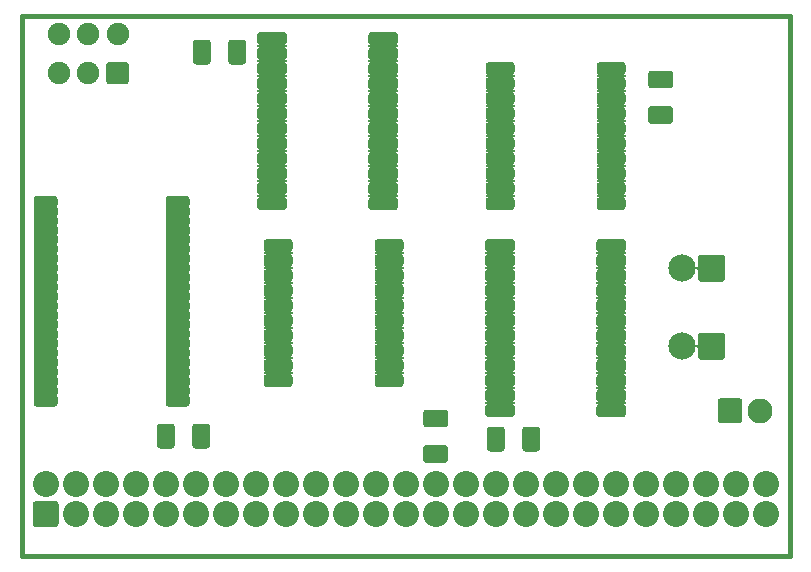
<source format=gts>
G04 #@! TF.GenerationSoftware,KiCad,Pcbnew,(5.1.10)-1*
G04 #@! TF.CreationDate,2022-11-15T18:30:11+01:00*
G04 #@! TF.ProjectId,ramcard,72616d63-6172-4642-9e6b-696361645f70,2020*
G04 #@! TF.SameCoordinates,Original*
G04 #@! TF.FileFunction,Soldermask,Top*
G04 #@! TF.FilePolarity,Negative*
%FSLAX46Y46*%
G04 Gerber Fmt 4.6, Leading zero omitted, Abs format (unit mm)*
G04 Created by KiCad (PCBNEW (5.1.10)-1) date 2022-11-15 18:30:11*
%MOMM*%
%LPD*%
G01*
G04 APERTURE LIST*
G04 #@! TA.AperFunction,Profile*
%ADD10C,0.381000*%
G04 #@! TD*
%ADD11C,2.108000*%
%ADD12O,2.208000X2.208000*%
%ADD13C,1.908000*%
%ADD14C,2.308000*%
%ADD15C,0.150000*%
G04 APERTURE END LIST*
D10*
X112014000Y-70104000D02*
X46990000Y-70104000D01*
X112014000Y-24384000D02*
X112014000Y-70104000D01*
X46990000Y-24384000D02*
X112014000Y-24384000D01*
X46990000Y-70104000D02*
X46990000Y-24384000D01*
X112014000Y-70104000D02*
X46990000Y-70104000D01*
X112014000Y-24384000D02*
X112014000Y-70104000D01*
X46990000Y-24384000D02*
X112014000Y-24384000D01*
X46990000Y-70104000D02*
X46990000Y-24384000D01*
G36*
G01*
X105920000Y-58585000D02*
X105920000Y-56985000D01*
G75*
G02*
X106174000Y-56731000I254000J0D01*
G01*
X107774000Y-56731000D01*
G75*
G02*
X108028000Y-56985000I0J-254000D01*
G01*
X108028000Y-58585000D01*
G75*
G02*
X107774000Y-58839000I-254000J0D01*
G01*
X106174000Y-58839000D01*
G75*
G02*
X105920000Y-58585000I0J254000D01*
G01*
G37*
D11*
X109474000Y-57785000D03*
G36*
G01*
X61214000Y-56649500D02*
X61214000Y-57178500D01*
G75*
G02*
X60949500Y-57443000I-264500J0D01*
G01*
X59445500Y-57443000D01*
G75*
G02*
X59181000Y-57178500I0J264500D01*
G01*
X59181000Y-56649500D01*
G75*
G02*
X59445500Y-56385000I264500J0D01*
G01*
X60949500Y-56385000D01*
G75*
G02*
X61214000Y-56649500I0J-264500D01*
G01*
G37*
G36*
G01*
X61214000Y-55849500D02*
X61214000Y-56378500D01*
G75*
G02*
X60949500Y-56643000I-264500J0D01*
G01*
X59445500Y-56643000D01*
G75*
G02*
X59181000Y-56378500I0J264500D01*
G01*
X59181000Y-55849500D01*
G75*
G02*
X59445500Y-55585000I264500J0D01*
G01*
X60949500Y-55585000D01*
G75*
G02*
X61214000Y-55849500I0J-264500D01*
G01*
G37*
G36*
G01*
X61214000Y-55049500D02*
X61214000Y-55578500D01*
G75*
G02*
X60949500Y-55843000I-264500J0D01*
G01*
X59445500Y-55843000D01*
G75*
G02*
X59181000Y-55578500I0J264500D01*
G01*
X59181000Y-55049500D01*
G75*
G02*
X59445500Y-54785000I264500J0D01*
G01*
X60949500Y-54785000D01*
G75*
G02*
X61214000Y-55049500I0J-264500D01*
G01*
G37*
G36*
G01*
X61214000Y-54249500D02*
X61214000Y-54778500D01*
G75*
G02*
X60949500Y-55043000I-264500J0D01*
G01*
X59445500Y-55043000D01*
G75*
G02*
X59181000Y-54778500I0J264500D01*
G01*
X59181000Y-54249500D01*
G75*
G02*
X59445500Y-53985000I264500J0D01*
G01*
X60949500Y-53985000D01*
G75*
G02*
X61214000Y-54249500I0J-264500D01*
G01*
G37*
G36*
G01*
X61214000Y-53449500D02*
X61214000Y-53978500D01*
G75*
G02*
X60949500Y-54243000I-264500J0D01*
G01*
X59445500Y-54243000D01*
G75*
G02*
X59181000Y-53978500I0J264500D01*
G01*
X59181000Y-53449500D01*
G75*
G02*
X59445500Y-53185000I264500J0D01*
G01*
X60949500Y-53185000D01*
G75*
G02*
X61214000Y-53449500I0J-264500D01*
G01*
G37*
G36*
G01*
X61214000Y-52649500D02*
X61214000Y-53178500D01*
G75*
G02*
X60949500Y-53443000I-264500J0D01*
G01*
X59445500Y-53443000D01*
G75*
G02*
X59181000Y-53178500I0J264500D01*
G01*
X59181000Y-52649500D01*
G75*
G02*
X59445500Y-52385000I264500J0D01*
G01*
X60949500Y-52385000D01*
G75*
G02*
X61214000Y-52649500I0J-264500D01*
G01*
G37*
G36*
G01*
X61214000Y-51849500D02*
X61214000Y-52378500D01*
G75*
G02*
X60949500Y-52643000I-264500J0D01*
G01*
X59445500Y-52643000D01*
G75*
G02*
X59181000Y-52378500I0J264500D01*
G01*
X59181000Y-51849500D01*
G75*
G02*
X59445500Y-51585000I264500J0D01*
G01*
X60949500Y-51585000D01*
G75*
G02*
X61214000Y-51849500I0J-264500D01*
G01*
G37*
G36*
G01*
X61214000Y-51049500D02*
X61214000Y-51578500D01*
G75*
G02*
X60949500Y-51843000I-264500J0D01*
G01*
X59445500Y-51843000D01*
G75*
G02*
X59181000Y-51578500I0J264500D01*
G01*
X59181000Y-51049500D01*
G75*
G02*
X59445500Y-50785000I264500J0D01*
G01*
X60949500Y-50785000D01*
G75*
G02*
X61214000Y-51049500I0J-264500D01*
G01*
G37*
G36*
G01*
X61214000Y-50249500D02*
X61214000Y-50778500D01*
G75*
G02*
X60949500Y-51043000I-264500J0D01*
G01*
X59445500Y-51043000D01*
G75*
G02*
X59181000Y-50778500I0J264500D01*
G01*
X59181000Y-50249500D01*
G75*
G02*
X59445500Y-49985000I264500J0D01*
G01*
X60949500Y-49985000D01*
G75*
G02*
X61214000Y-50249500I0J-264500D01*
G01*
G37*
G36*
G01*
X61214000Y-49449500D02*
X61214000Y-49978500D01*
G75*
G02*
X60949500Y-50243000I-264500J0D01*
G01*
X59445500Y-50243000D01*
G75*
G02*
X59181000Y-49978500I0J264500D01*
G01*
X59181000Y-49449500D01*
G75*
G02*
X59445500Y-49185000I264500J0D01*
G01*
X60949500Y-49185000D01*
G75*
G02*
X61214000Y-49449500I0J-264500D01*
G01*
G37*
G36*
G01*
X61214000Y-48649500D02*
X61214000Y-49178500D01*
G75*
G02*
X60949500Y-49443000I-264500J0D01*
G01*
X59445500Y-49443000D01*
G75*
G02*
X59181000Y-49178500I0J264500D01*
G01*
X59181000Y-48649500D01*
G75*
G02*
X59445500Y-48385000I264500J0D01*
G01*
X60949500Y-48385000D01*
G75*
G02*
X61214000Y-48649500I0J-264500D01*
G01*
G37*
G36*
G01*
X61214000Y-47849500D02*
X61214000Y-48378500D01*
G75*
G02*
X60949500Y-48643000I-264500J0D01*
G01*
X59445500Y-48643000D01*
G75*
G02*
X59181000Y-48378500I0J264500D01*
G01*
X59181000Y-47849500D01*
G75*
G02*
X59445500Y-47585000I264500J0D01*
G01*
X60949500Y-47585000D01*
G75*
G02*
X61214000Y-47849500I0J-264500D01*
G01*
G37*
G36*
G01*
X61214000Y-47049500D02*
X61214000Y-47578500D01*
G75*
G02*
X60949500Y-47843000I-264500J0D01*
G01*
X59445500Y-47843000D01*
G75*
G02*
X59181000Y-47578500I0J264500D01*
G01*
X59181000Y-47049500D01*
G75*
G02*
X59445500Y-46785000I264500J0D01*
G01*
X60949500Y-46785000D01*
G75*
G02*
X61214000Y-47049500I0J-264500D01*
G01*
G37*
G36*
G01*
X61214000Y-46249500D02*
X61214000Y-46778500D01*
G75*
G02*
X60949500Y-47043000I-264500J0D01*
G01*
X59445500Y-47043000D01*
G75*
G02*
X59181000Y-46778500I0J264500D01*
G01*
X59181000Y-46249500D01*
G75*
G02*
X59445500Y-45985000I264500J0D01*
G01*
X60949500Y-45985000D01*
G75*
G02*
X61214000Y-46249500I0J-264500D01*
G01*
G37*
G36*
G01*
X61214000Y-45449500D02*
X61214000Y-45978500D01*
G75*
G02*
X60949500Y-46243000I-264500J0D01*
G01*
X59445500Y-46243000D01*
G75*
G02*
X59181000Y-45978500I0J264500D01*
G01*
X59181000Y-45449500D01*
G75*
G02*
X59445500Y-45185000I264500J0D01*
G01*
X60949500Y-45185000D01*
G75*
G02*
X61214000Y-45449500I0J-264500D01*
G01*
G37*
G36*
G01*
X61214000Y-44649500D02*
X61214000Y-45178500D01*
G75*
G02*
X60949500Y-45443000I-264500J0D01*
G01*
X59445500Y-45443000D01*
G75*
G02*
X59181000Y-45178500I0J264500D01*
G01*
X59181000Y-44649500D01*
G75*
G02*
X59445500Y-44385000I264500J0D01*
G01*
X60949500Y-44385000D01*
G75*
G02*
X61214000Y-44649500I0J-264500D01*
G01*
G37*
G36*
G01*
X61214000Y-43849500D02*
X61214000Y-44378500D01*
G75*
G02*
X60949500Y-44643000I-264500J0D01*
G01*
X59445500Y-44643000D01*
G75*
G02*
X59181000Y-44378500I0J264500D01*
G01*
X59181000Y-43849500D01*
G75*
G02*
X59445500Y-43585000I264500J0D01*
G01*
X60949500Y-43585000D01*
G75*
G02*
X61214000Y-43849500I0J-264500D01*
G01*
G37*
G36*
G01*
X61214000Y-43049500D02*
X61214000Y-43578500D01*
G75*
G02*
X60949500Y-43843000I-264500J0D01*
G01*
X59445500Y-43843000D01*
G75*
G02*
X59181000Y-43578500I0J264500D01*
G01*
X59181000Y-43049500D01*
G75*
G02*
X59445500Y-42785000I264500J0D01*
G01*
X60949500Y-42785000D01*
G75*
G02*
X61214000Y-43049500I0J-264500D01*
G01*
G37*
G36*
G01*
X61214000Y-42249500D02*
X61214000Y-42778500D01*
G75*
G02*
X60949500Y-43043000I-264500J0D01*
G01*
X59445500Y-43043000D01*
G75*
G02*
X59181000Y-42778500I0J264500D01*
G01*
X59181000Y-42249500D01*
G75*
G02*
X59445500Y-41985000I264500J0D01*
G01*
X60949500Y-41985000D01*
G75*
G02*
X61214000Y-42249500I0J-264500D01*
G01*
G37*
G36*
G01*
X61214000Y-41449500D02*
X61214000Y-41978500D01*
G75*
G02*
X60949500Y-42243000I-264500J0D01*
G01*
X59445500Y-42243000D01*
G75*
G02*
X59181000Y-41978500I0J264500D01*
G01*
X59181000Y-41449500D01*
G75*
G02*
X59445500Y-41185000I264500J0D01*
G01*
X60949500Y-41185000D01*
G75*
G02*
X61214000Y-41449500I0J-264500D01*
G01*
G37*
G36*
G01*
X61214000Y-40649500D02*
X61214000Y-41178500D01*
G75*
G02*
X60949500Y-41443000I-264500J0D01*
G01*
X59445500Y-41443000D01*
G75*
G02*
X59181000Y-41178500I0J264500D01*
G01*
X59181000Y-40649500D01*
G75*
G02*
X59445500Y-40385000I264500J0D01*
G01*
X60949500Y-40385000D01*
G75*
G02*
X61214000Y-40649500I0J-264500D01*
G01*
G37*
G36*
G01*
X61214000Y-39849500D02*
X61214000Y-40378500D01*
G75*
G02*
X60949500Y-40643000I-264500J0D01*
G01*
X59445500Y-40643000D01*
G75*
G02*
X59181000Y-40378500I0J264500D01*
G01*
X59181000Y-39849500D01*
G75*
G02*
X59445500Y-39585000I264500J0D01*
G01*
X60949500Y-39585000D01*
G75*
G02*
X61214000Y-39849500I0J-264500D01*
G01*
G37*
G36*
G01*
X50039000Y-39849500D02*
X50039000Y-40378500D01*
G75*
G02*
X49774500Y-40643000I-264500J0D01*
G01*
X48270500Y-40643000D01*
G75*
G02*
X48006000Y-40378500I0J264500D01*
G01*
X48006000Y-39849500D01*
G75*
G02*
X48270500Y-39585000I264500J0D01*
G01*
X49774500Y-39585000D01*
G75*
G02*
X50039000Y-39849500I0J-264500D01*
G01*
G37*
G36*
G01*
X50039000Y-40649500D02*
X50039000Y-41178500D01*
G75*
G02*
X49774500Y-41443000I-264500J0D01*
G01*
X48270500Y-41443000D01*
G75*
G02*
X48006000Y-41178500I0J264500D01*
G01*
X48006000Y-40649500D01*
G75*
G02*
X48270500Y-40385000I264500J0D01*
G01*
X49774500Y-40385000D01*
G75*
G02*
X50039000Y-40649500I0J-264500D01*
G01*
G37*
G36*
G01*
X50039000Y-41449500D02*
X50039000Y-41978500D01*
G75*
G02*
X49774500Y-42243000I-264500J0D01*
G01*
X48270500Y-42243000D01*
G75*
G02*
X48006000Y-41978500I0J264500D01*
G01*
X48006000Y-41449500D01*
G75*
G02*
X48270500Y-41185000I264500J0D01*
G01*
X49774500Y-41185000D01*
G75*
G02*
X50039000Y-41449500I0J-264500D01*
G01*
G37*
G36*
G01*
X50039000Y-42249500D02*
X50039000Y-42778500D01*
G75*
G02*
X49774500Y-43043000I-264500J0D01*
G01*
X48270500Y-43043000D01*
G75*
G02*
X48006000Y-42778500I0J264500D01*
G01*
X48006000Y-42249500D01*
G75*
G02*
X48270500Y-41985000I264500J0D01*
G01*
X49774500Y-41985000D01*
G75*
G02*
X50039000Y-42249500I0J-264500D01*
G01*
G37*
G36*
G01*
X50039000Y-43049500D02*
X50039000Y-43578500D01*
G75*
G02*
X49774500Y-43843000I-264500J0D01*
G01*
X48270500Y-43843000D01*
G75*
G02*
X48006000Y-43578500I0J264500D01*
G01*
X48006000Y-43049500D01*
G75*
G02*
X48270500Y-42785000I264500J0D01*
G01*
X49774500Y-42785000D01*
G75*
G02*
X50039000Y-43049500I0J-264500D01*
G01*
G37*
G36*
G01*
X50039000Y-43849500D02*
X50039000Y-44378500D01*
G75*
G02*
X49774500Y-44643000I-264500J0D01*
G01*
X48270500Y-44643000D01*
G75*
G02*
X48006000Y-44378500I0J264500D01*
G01*
X48006000Y-43849500D01*
G75*
G02*
X48270500Y-43585000I264500J0D01*
G01*
X49774500Y-43585000D01*
G75*
G02*
X50039000Y-43849500I0J-264500D01*
G01*
G37*
G36*
G01*
X50039000Y-44649500D02*
X50039000Y-45178500D01*
G75*
G02*
X49774500Y-45443000I-264500J0D01*
G01*
X48270500Y-45443000D01*
G75*
G02*
X48006000Y-45178500I0J264500D01*
G01*
X48006000Y-44649500D01*
G75*
G02*
X48270500Y-44385000I264500J0D01*
G01*
X49774500Y-44385000D01*
G75*
G02*
X50039000Y-44649500I0J-264500D01*
G01*
G37*
G36*
G01*
X50039000Y-45449500D02*
X50039000Y-45978500D01*
G75*
G02*
X49774500Y-46243000I-264500J0D01*
G01*
X48270500Y-46243000D01*
G75*
G02*
X48006000Y-45978500I0J264500D01*
G01*
X48006000Y-45449500D01*
G75*
G02*
X48270500Y-45185000I264500J0D01*
G01*
X49774500Y-45185000D01*
G75*
G02*
X50039000Y-45449500I0J-264500D01*
G01*
G37*
G36*
G01*
X50039000Y-46249500D02*
X50039000Y-46778500D01*
G75*
G02*
X49774500Y-47043000I-264500J0D01*
G01*
X48270500Y-47043000D01*
G75*
G02*
X48006000Y-46778500I0J264500D01*
G01*
X48006000Y-46249500D01*
G75*
G02*
X48270500Y-45985000I264500J0D01*
G01*
X49774500Y-45985000D01*
G75*
G02*
X50039000Y-46249500I0J-264500D01*
G01*
G37*
G36*
G01*
X50039000Y-47049500D02*
X50039000Y-47578500D01*
G75*
G02*
X49774500Y-47843000I-264500J0D01*
G01*
X48270500Y-47843000D01*
G75*
G02*
X48006000Y-47578500I0J264500D01*
G01*
X48006000Y-47049500D01*
G75*
G02*
X48270500Y-46785000I264500J0D01*
G01*
X49774500Y-46785000D01*
G75*
G02*
X50039000Y-47049500I0J-264500D01*
G01*
G37*
G36*
G01*
X50039000Y-47849500D02*
X50039000Y-48378500D01*
G75*
G02*
X49774500Y-48643000I-264500J0D01*
G01*
X48270500Y-48643000D01*
G75*
G02*
X48006000Y-48378500I0J264500D01*
G01*
X48006000Y-47849500D01*
G75*
G02*
X48270500Y-47585000I264500J0D01*
G01*
X49774500Y-47585000D01*
G75*
G02*
X50039000Y-47849500I0J-264500D01*
G01*
G37*
G36*
G01*
X50039000Y-48649500D02*
X50039000Y-49178500D01*
G75*
G02*
X49774500Y-49443000I-264500J0D01*
G01*
X48270500Y-49443000D01*
G75*
G02*
X48006000Y-49178500I0J264500D01*
G01*
X48006000Y-48649500D01*
G75*
G02*
X48270500Y-48385000I264500J0D01*
G01*
X49774500Y-48385000D01*
G75*
G02*
X50039000Y-48649500I0J-264500D01*
G01*
G37*
G36*
G01*
X50039000Y-49449500D02*
X50039000Y-49978500D01*
G75*
G02*
X49774500Y-50243000I-264500J0D01*
G01*
X48270500Y-50243000D01*
G75*
G02*
X48006000Y-49978500I0J264500D01*
G01*
X48006000Y-49449500D01*
G75*
G02*
X48270500Y-49185000I264500J0D01*
G01*
X49774500Y-49185000D01*
G75*
G02*
X50039000Y-49449500I0J-264500D01*
G01*
G37*
G36*
G01*
X50039000Y-50249500D02*
X50039000Y-50778500D01*
G75*
G02*
X49774500Y-51043000I-264500J0D01*
G01*
X48270500Y-51043000D01*
G75*
G02*
X48006000Y-50778500I0J264500D01*
G01*
X48006000Y-50249500D01*
G75*
G02*
X48270500Y-49985000I264500J0D01*
G01*
X49774500Y-49985000D01*
G75*
G02*
X50039000Y-50249500I0J-264500D01*
G01*
G37*
G36*
G01*
X50039000Y-51049500D02*
X50039000Y-51578500D01*
G75*
G02*
X49774500Y-51843000I-264500J0D01*
G01*
X48270500Y-51843000D01*
G75*
G02*
X48006000Y-51578500I0J264500D01*
G01*
X48006000Y-51049500D01*
G75*
G02*
X48270500Y-50785000I264500J0D01*
G01*
X49774500Y-50785000D01*
G75*
G02*
X50039000Y-51049500I0J-264500D01*
G01*
G37*
G36*
G01*
X50039000Y-51849500D02*
X50039000Y-52378500D01*
G75*
G02*
X49774500Y-52643000I-264500J0D01*
G01*
X48270500Y-52643000D01*
G75*
G02*
X48006000Y-52378500I0J264500D01*
G01*
X48006000Y-51849500D01*
G75*
G02*
X48270500Y-51585000I264500J0D01*
G01*
X49774500Y-51585000D01*
G75*
G02*
X50039000Y-51849500I0J-264500D01*
G01*
G37*
G36*
G01*
X50039000Y-52649500D02*
X50039000Y-53178500D01*
G75*
G02*
X49774500Y-53443000I-264500J0D01*
G01*
X48270500Y-53443000D01*
G75*
G02*
X48006000Y-53178500I0J264500D01*
G01*
X48006000Y-52649500D01*
G75*
G02*
X48270500Y-52385000I264500J0D01*
G01*
X49774500Y-52385000D01*
G75*
G02*
X50039000Y-52649500I0J-264500D01*
G01*
G37*
G36*
G01*
X50039000Y-53449500D02*
X50039000Y-53978500D01*
G75*
G02*
X49774500Y-54243000I-264500J0D01*
G01*
X48270500Y-54243000D01*
G75*
G02*
X48006000Y-53978500I0J264500D01*
G01*
X48006000Y-53449500D01*
G75*
G02*
X48270500Y-53185000I264500J0D01*
G01*
X49774500Y-53185000D01*
G75*
G02*
X50039000Y-53449500I0J-264500D01*
G01*
G37*
G36*
G01*
X50039000Y-54249500D02*
X50039000Y-54778500D01*
G75*
G02*
X49774500Y-55043000I-264500J0D01*
G01*
X48270500Y-55043000D01*
G75*
G02*
X48006000Y-54778500I0J264500D01*
G01*
X48006000Y-54249500D01*
G75*
G02*
X48270500Y-53985000I264500J0D01*
G01*
X49774500Y-53985000D01*
G75*
G02*
X50039000Y-54249500I0J-264500D01*
G01*
G37*
G36*
G01*
X50039000Y-55049500D02*
X50039000Y-55578500D01*
G75*
G02*
X49774500Y-55843000I-264500J0D01*
G01*
X48270500Y-55843000D01*
G75*
G02*
X48006000Y-55578500I0J264500D01*
G01*
X48006000Y-55049500D01*
G75*
G02*
X48270500Y-54785000I264500J0D01*
G01*
X49774500Y-54785000D01*
G75*
G02*
X50039000Y-55049500I0J-264500D01*
G01*
G37*
G36*
G01*
X50039000Y-55849500D02*
X50039000Y-56378500D01*
G75*
G02*
X49774500Y-56643000I-264500J0D01*
G01*
X48270500Y-56643000D01*
G75*
G02*
X48006000Y-56378500I0J264500D01*
G01*
X48006000Y-55849500D01*
G75*
G02*
X48270500Y-55585000I264500J0D01*
G01*
X49774500Y-55585000D01*
G75*
G02*
X50039000Y-55849500I0J-264500D01*
G01*
G37*
G36*
G01*
X50039000Y-56649500D02*
X50039000Y-57178500D01*
G75*
G02*
X49774500Y-57443000I-264500J0D01*
G01*
X48270500Y-57443000D01*
G75*
G02*
X48006000Y-57178500I0J264500D01*
G01*
X48006000Y-56649500D01*
G75*
G02*
X48270500Y-56385000I264500J0D01*
G01*
X49774500Y-56385000D01*
G75*
G02*
X50039000Y-56649500I0J-264500D01*
G01*
G37*
G36*
G01*
X95648000Y-44115000D02*
X95648000Y-43515000D01*
G75*
G02*
X95902000Y-43261000I254000J0D01*
G01*
X97902000Y-43261000D01*
G75*
G02*
X98156000Y-43515000I0J-254000D01*
G01*
X98156000Y-44115000D01*
G75*
G02*
X97902000Y-44369000I-254000J0D01*
G01*
X95902000Y-44369000D01*
G75*
G02*
X95648000Y-44115000I0J254000D01*
G01*
G37*
G36*
G01*
X95648000Y-45385000D02*
X95648000Y-44785000D01*
G75*
G02*
X95902000Y-44531000I254000J0D01*
G01*
X97902000Y-44531000D01*
G75*
G02*
X98156000Y-44785000I0J-254000D01*
G01*
X98156000Y-45385000D01*
G75*
G02*
X97902000Y-45639000I-254000J0D01*
G01*
X95902000Y-45639000D01*
G75*
G02*
X95648000Y-45385000I0J254000D01*
G01*
G37*
G36*
G01*
X95648000Y-46655000D02*
X95648000Y-46055000D01*
G75*
G02*
X95902000Y-45801000I254000J0D01*
G01*
X97902000Y-45801000D01*
G75*
G02*
X98156000Y-46055000I0J-254000D01*
G01*
X98156000Y-46655000D01*
G75*
G02*
X97902000Y-46909000I-254000J0D01*
G01*
X95902000Y-46909000D01*
G75*
G02*
X95648000Y-46655000I0J254000D01*
G01*
G37*
G36*
G01*
X95648000Y-47925000D02*
X95648000Y-47325000D01*
G75*
G02*
X95902000Y-47071000I254000J0D01*
G01*
X97902000Y-47071000D01*
G75*
G02*
X98156000Y-47325000I0J-254000D01*
G01*
X98156000Y-47925000D01*
G75*
G02*
X97902000Y-48179000I-254000J0D01*
G01*
X95902000Y-48179000D01*
G75*
G02*
X95648000Y-47925000I0J254000D01*
G01*
G37*
G36*
G01*
X95648000Y-49195000D02*
X95648000Y-48595000D01*
G75*
G02*
X95902000Y-48341000I254000J0D01*
G01*
X97902000Y-48341000D01*
G75*
G02*
X98156000Y-48595000I0J-254000D01*
G01*
X98156000Y-49195000D01*
G75*
G02*
X97902000Y-49449000I-254000J0D01*
G01*
X95902000Y-49449000D01*
G75*
G02*
X95648000Y-49195000I0J254000D01*
G01*
G37*
G36*
G01*
X95648000Y-50465000D02*
X95648000Y-49865000D01*
G75*
G02*
X95902000Y-49611000I254000J0D01*
G01*
X97902000Y-49611000D01*
G75*
G02*
X98156000Y-49865000I0J-254000D01*
G01*
X98156000Y-50465000D01*
G75*
G02*
X97902000Y-50719000I-254000J0D01*
G01*
X95902000Y-50719000D01*
G75*
G02*
X95648000Y-50465000I0J254000D01*
G01*
G37*
G36*
G01*
X95648000Y-51735000D02*
X95648000Y-51135000D01*
G75*
G02*
X95902000Y-50881000I254000J0D01*
G01*
X97902000Y-50881000D01*
G75*
G02*
X98156000Y-51135000I0J-254000D01*
G01*
X98156000Y-51735000D01*
G75*
G02*
X97902000Y-51989000I-254000J0D01*
G01*
X95902000Y-51989000D01*
G75*
G02*
X95648000Y-51735000I0J254000D01*
G01*
G37*
G36*
G01*
X95648000Y-53005000D02*
X95648000Y-52405000D01*
G75*
G02*
X95902000Y-52151000I254000J0D01*
G01*
X97902000Y-52151000D01*
G75*
G02*
X98156000Y-52405000I0J-254000D01*
G01*
X98156000Y-53005000D01*
G75*
G02*
X97902000Y-53259000I-254000J0D01*
G01*
X95902000Y-53259000D01*
G75*
G02*
X95648000Y-53005000I0J254000D01*
G01*
G37*
G36*
G01*
X95648000Y-54275000D02*
X95648000Y-53675000D01*
G75*
G02*
X95902000Y-53421000I254000J0D01*
G01*
X97902000Y-53421000D01*
G75*
G02*
X98156000Y-53675000I0J-254000D01*
G01*
X98156000Y-54275000D01*
G75*
G02*
X97902000Y-54529000I-254000J0D01*
G01*
X95902000Y-54529000D01*
G75*
G02*
X95648000Y-54275000I0J254000D01*
G01*
G37*
G36*
G01*
X95648000Y-55545000D02*
X95648000Y-54945000D01*
G75*
G02*
X95902000Y-54691000I254000J0D01*
G01*
X97902000Y-54691000D01*
G75*
G02*
X98156000Y-54945000I0J-254000D01*
G01*
X98156000Y-55545000D01*
G75*
G02*
X97902000Y-55799000I-254000J0D01*
G01*
X95902000Y-55799000D01*
G75*
G02*
X95648000Y-55545000I0J254000D01*
G01*
G37*
G36*
G01*
X95648000Y-56815000D02*
X95648000Y-56215000D01*
G75*
G02*
X95902000Y-55961000I254000J0D01*
G01*
X97902000Y-55961000D01*
G75*
G02*
X98156000Y-56215000I0J-254000D01*
G01*
X98156000Y-56815000D01*
G75*
G02*
X97902000Y-57069000I-254000J0D01*
G01*
X95902000Y-57069000D01*
G75*
G02*
X95648000Y-56815000I0J254000D01*
G01*
G37*
G36*
G01*
X95648000Y-58085000D02*
X95648000Y-57485000D01*
G75*
G02*
X95902000Y-57231000I254000J0D01*
G01*
X97902000Y-57231000D01*
G75*
G02*
X98156000Y-57485000I0J-254000D01*
G01*
X98156000Y-58085000D01*
G75*
G02*
X97902000Y-58339000I-254000J0D01*
G01*
X95902000Y-58339000D01*
G75*
G02*
X95648000Y-58085000I0J254000D01*
G01*
G37*
G36*
G01*
X86248000Y-58085000D02*
X86248000Y-57485000D01*
G75*
G02*
X86502000Y-57231000I254000J0D01*
G01*
X88502000Y-57231000D01*
G75*
G02*
X88756000Y-57485000I0J-254000D01*
G01*
X88756000Y-58085000D01*
G75*
G02*
X88502000Y-58339000I-254000J0D01*
G01*
X86502000Y-58339000D01*
G75*
G02*
X86248000Y-58085000I0J254000D01*
G01*
G37*
G36*
G01*
X86248000Y-56815000D02*
X86248000Y-56215000D01*
G75*
G02*
X86502000Y-55961000I254000J0D01*
G01*
X88502000Y-55961000D01*
G75*
G02*
X88756000Y-56215000I0J-254000D01*
G01*
X88756000Y-56815000D01*
G75*
G02*
X88502000Y-57069000I-254000J0D01*
G01*
X86502000Y-57069000D01*
G75*
G02*
X86248000Y-56815000I0J254000D01*
G01*
G37*
G36*
G01*
X86248000Y-55545000D02*
X86248000Y-54945000D01*
G75*
G02*
X86502000Y-54691000I254000J0D01*
G01*
X88502000Y-54691000D01*
G75*
G02*
X88756000Y-54945000I0J-254000D01*
G01*
X88756000Y-55545000D01*
G75*
G02*
X88502000Y-55799000I-254000J0D01*
G01*
X86502000Y-55799000D01*
G75*
G02*
X86248000Y-55545000I0J254000D01*
G01*
G37*
G36*
G01*
X86248000Y-54275000D02*
X86248000Y-53675000D01*
G75*
G02*
X86502000Y-53421000I254000J0D01*
G01*
X88502000Y-53421000D01*
G75*
G02*
X88756000Y-53675000I0J-254000D01*
G01*
X88756000Y-54275000D01*
G75*
G02*
X88502000Y-54529000I-254000J0D01*
G01*
X86502000Y-54529000D01*
G75*
G02*
X86248000Y-54275000I0J254000D01*
G01*
G37*
G36*
G01*
X86248000Y-53005000D02*
X86248000Y-52405000D01*
G75*
G02*
X86502000Y-52151000I254000J0D01*
G01*
X88502000Y-52151000D01*
G75*
G02*
X88756000Y-52405000I0J-254000D01*
G01*
X88756000Y-53005000D01*
G75*
G02*
X88502000Y-53259000I-254000J0D01*
G01*
X86502000Y-53259000D01*
G75*
G02*
X86248000Y-53005000I0J254000D01*
G01*
G37*
G36*
G01*
X86248000Y-51735000D02*
X86248000Y-51135000D01*
G75*
G02*
X86502000Y-50881000I254000J0D01*
G01*
X88502000Y-50881000D01*
G75*
G02*
X88756000Y-51135000I0J-254000D01*
G01*
X88756000Y-51735000D01*
G75*
G02*
X88502000Y-51989000I-254000J0D01*
G01*
X86502000Y-51989000D01*
G75*
G02*
X86248000Y-51735000I0J254000D01*
G01*
G37*
G36*
G01*
X86248000Y-50465000D02*
X86248000Y-49865000D01*
G75*
G02*
X86502000Y-49611000I254000J0D01*
G01*
X88502000Y-49611000D01*
G75*
G02*
X88756000Y-49865000I0J-254000D01*
G01*
X88756000Y-50465000D01*
G75*
G02*
X88502000Y-50719000I-254000J0D01*
G01*
X86502000Y-50719000D01*
G75*
G02*
X86248000Y-50465000I0J254000D01*
G01*
G37*
G36*
G01*
X86248000Y-49195000D02*
X86248000Y-48595000D01*
G75*
G02*
X86502000Y-48341000I254000J0D01*
G01*
X88502000Y-48341000D01*
G75*
G02*
X88756000Y-48595000I0J-254000D01*
G01*
X88756000Y-49195000D01*
G75*
G02*
X88502000Y-49449000I-254000J0D01*
G01*
X86502000Y-49449000D01*
G75*
G02*
X86248000Y-49195000I0J254000D01*
G01*
G37*
G36*
G01*
X86248000Y-47925000D02*
X86248000Y-47325000D01*
G75*
G02*
X86502000Y-47071000I254000J0D01*
G01*
X88502000Y-47071000D01*
G75*
G02*
X88756000Y-47325000I0J-254000D01*
G01*
X88756000Y-47925000D01*
G75*
G02*
X88502000Y-48179000I-254000J0D01*
G01*
X86502000Y-48179000D01*
G75*
G02*
X86248000Y-47925000I0J254000D01*
G01*
G37*
G36*
G01*
X86248000Y-46655000D02*
X86248000Y-46055000D01*
G75*
G02*
X86502000Y-45801000I254000J0D01*
G01*
X88502000Y-45801000D01*
G75*
G02*
X88756000Y-46055000I0J-254000D01*
G01*
X88756000Y-46655000D01*
G75*
G02*
X88502000Y-46909000I-254000J0D01*
G01*
X86502000Y-46909000D01*
G75*
G02*
X86248000Y-46655000I0J254000D01*
G01*
G37*
G36*
G01*
X86248000Y-45385000D02*
X86248000Y-44785000D01*
G75*
G02*
X86502000Y-44531000I254000J0D01*
G01*
X88502000Y-44531000D01*
G75*
G02*
X88756000Y-44785000I0J-254000D01*
G01*
X88756000Y-45385000D01*
G75*
G02*
X88502000Y-45639000I-254000J0D01*
G01*
X86502000Y-45639000D01*
G75*
G02*
X86248000Y-45385000I0J254000D01*
G01*
G37*
G36*
G01*
X86248000Y-44115000D02*
X86248000Y-43515000D01*
G75*
G02*
X86502000Y-43261000I254000J0D01*
G01*
X88502000Y-43261000D01*
G75*
G02*
X88756000Y-43515000I0J-254000D01*
G01*
X88756000Y-44115000D01*
G75*
G02*
X88502000Y-44369000I-254000J0D01*
G01*
X86502000Y-44369000D01*
G75*
G02*
X86248000Y-44115000I0J254000D01*
G01*
G37*
G36*
G01*
X66944000Y-26589000D02*
X66944000Y-25989000D01*
G75*
G02*
X67198000Y-25735000I254000J0D01*
G01*
X69198000Y-25735000D01*
G75*
G02*
X69452000Y-25989000I0J-254000D01*
G01*
X69452000Y-26589000D01*
G75*
G02*
X69198000Y-26843000I-254000J0D01*
G01*
X67198000Y-26843000D01*
G75*
G02*
X66944000Y-26589000I0J254000D01*
G01*
G37*
G36*
G01*
X66944000Y-27859000D02*
X66944000Y-27259000D01*
G75*
G02*
X67198000Y-27005000I254000J0D01*
G01*
X69198000Y-27005000D01*
G75*
G02*
X69452000Y-27259000I0J-254000D01*
G01*
X69452000Y-27859000D01*
G75*
G02*
X69198000Y-28113000I-254000J0D01*
G01*
X67198000Y-28113000D01*
G75*
G02*
X66944000Y-27859000I0J254000D01*
G01*
G37*
G36*
G01*
X66944000Y-29129000D02*
X66944000Y-28529000D01*
G75*
G02*
X67198000Y-28275000I254000J0D01*
G01*
X69198000Y-28275000D01*
G75*
G02*
X69452000Y-28529000I0J-254000D01*
G01*
X69452000Y-29129000D01*
G75*
G02*
X69198000Y-29383000I-254000J0D01*
G01*
X67198000Y-29383000D01*
G75*
G02*
X66944000Y-29129000I0J254000D01*
G01*
G37*
G36*
G01*
X66944000Y-30399000D02*
X66944000Y-29799000D01*
G75*
G02*
X67198000Y-29545000I254000J0D01*
G01*
X69198000Y-29545000D01*
G75*
G02*
X69452000Y-29799000I0J-254000D01*
G01*
X69452000Y-30399000D01*
G75*
G02*
X69198000Y-30653000I-254000J0D01*
G01*
X67198000Y-30653000D01*
G75*
G02*
X66944000Y-30399000I0J254000D01*
G01*
G37*
G36*
G01*
X66944000Y-31669000D02*
X66944000Y-31069000D01*
G75*
G02*
X67198000Y-30815000I254000J0D01*
G01*
X69198000Y-30815000D01*
G75*
G02*
X69452000Y-31069000I0J-254000D01*
G01*
X69452000Y-31669000D01*
G75*
G02*
X69198000Y-31923000I-254000J0D01*
G01*
X67198000Y-31923000D01*
G75*
G02*
X66944000Y-31669000I0J254000D01*
G01*
G37*
G36*
G01*
X66944000Y-32939000D02*
X66944000Y-32339000D01*
G75*
G02*
X67198000Y-32085000I254000J0D01*
G01*
X69198000Y-32085000D01*
G75*
G02*
X69452000Y-32339000I0J-254000D01*
G01*
X69452000Y-32939000D01*
G75*
G02*
X69198000Y-33193000I-254000J0D01*
G01*
X67198000Y-33193000D01*
G75*
G02*
X66944000Y-32939000I0J254000D01*
G01*
G37*
G36*
G01*
X66944000Y-34209000D02*
X66944000Y-33609000D01*
G75*
G02*
X67198000Y-33355000I254000J0D01*
G01*
X69198000Y-33355000D01*
G75*
G02*
X69452000Y-33609000I0J-254000D01*
G01*
X69452000Y-34209000D01*
G75*
G02*
X69198000Y-34463000I-254000J0D01*
G01*
X67198000Y-34463000D01*
G75*
G02*
X66944000Y-34209000I0J254000D01*
G01*
G37*
G36*
G01*
X66944000Y-35479000D02*
X66944000Y-34879000D01*
G75*
G02*
X67198000Y-34625000I254000J0D01*
G01*
X69198000Y-34625000D01*
G75*
G02*
X69452000Y-34879000I0J-254000D01*
G01*
X69452000Y-35479000D01*
G75*
G02*
X69198000Y-35733000I-254000J0D01*
G01*
X67198000Y-35733000D01*
G75*
G02*
X66944000Y-35479000I0J254000D01*
G01*
G37*
G36*
G01*
X66944000Y-36749000D02*
X66944000Y-36149000D01*
G75*
G02*
X67198000Y-35895000I254000J0D01*
G01*
X69198000Y-35895000D01*
G75*
G02*
X69452000Y-36149000I0J-254000D01*
G01*
X69452000Y-36749000D01*
G75*
G02*
X69198000Y-37003000I-254000J0D01*
G01*
X67198000Y-37003000D01*
G75*
G02*
X66944000Y-36749000I0J254000D01*
G01*
G37*
G36*
G01*
X66944000Y-38019000D02*
X66944000Y-37419000D01*
G75*
G02*
X67198000Y-37165000I254000J0D01*
G01*
X69198000Y-37165000D01*
G75*
G02*
X69452000Y-37419000I0J-254000D01*
G01*
X69452000Y-38019000D01*
G75*
G02*
X69198000Y-38273000I-254000J0D01*
G01*
X67198000Y-38273000D01*
G75*
G02*
X66944000Y-38019000I0J254000D01*
G01*
G37*
G36*
G01*
X66944000Y-39289000D02*
X66944000Y-38689000D01*
G75*
G02*
X67198000Y-38435000I254000J0D01*
G01*
X69198000Y-38435000D01*
G75*
G02*
X69452000Y-38689000I0J-254000D01*
G01*
X69452000Y-39289000D01*
G75*
G02*
X69198000Y-39543000I-254000J0D01*
G01*
X67198000Y-39543000D01*
G75*
G02*
X66944000Y-39289000I0J254000D01*
G01*
G37*
G36*
G01*
X66944000Y-40559000D02*
X66944000Y-39959000D01*
G75*
G02*
X67198000Y-39705000I254000J0D01*
G01*
X69198000Y-39705000D01*
G75*
G02*
X69452000Y-39959000I0J-254000D01*
G01*
X69452000Y-40559000D01*
G75*
G02*
X69198000Y-40813000I-254000J0D01*
G01*
X67198000Y-40813000D01*
G75*
G02*
X66944000Y-40559000I0J254000D01*
G01*
G37*
G36*
G01*
X76344000Y-40559000D02*
X76344000Y-39959000D01*
G75*
G02*
X76598000Y-39705000I254000J0D01*
G01*
X78598000Y-39705000D01*
G75*
G02*
X78852000Y-39959000I0J-254000D01*
G01*
X78852000Y-40559000D01*
G75*
G02*
X78598000Y-40813000I-254000J0D01*
G01*
X76598000Y-40813000D01*
G75*
G02*
X76344000Y-40559000I0J254000D01*
G01*
G37*
G36*
G01*
X76344000Y-39289000D02*
X76344000Y-38689000D01*
G75*
G02*
X76598000Y-38435000I254000J0D01*
G01*
X78598000Y-38435000D01*
G75*
G02*
X78852000Y-38689000I0J-254000D01*
G01*
X78852000Y-39289000D01*
G75*
G02*
X78598000Y-39543000I-254000J0D01*
G01*
X76598000Y-39543000D01*
G75*
G02*
X76344000Y-39289000I0J254000D01*
G01*
G37*
G36*
G01*
X76344000Y-38019000D02*
X76344000Y-37419000D01*
G75*
G02*
X76598000Y-37165000I254000J0D01*
G01*
X78598000Y-37165000D01*
G75*
G02*
X78852000Y-37419000I0J-254000D01*
G01*
X78852000Y-38019000D01*
G75*
G02*
X78598000Y-38273000I-254000J0D01*
G01*
X76598000Y-38273000D01*
G75*
G02*
X76344000Y-38019000I0J254000D01*
G01*
G37*
G36*
G01*
X76344000Y-36749000D02*
X76344000Y-36149000D01*
G75*
G02*
X76598000Y-35895000I254000J0D01*
G01*
X78598000Y-35895000D01*
G75*
G02*
X78852000Y-36149000I0J-254000D01*
G01*
X78852000Y-36749000D01*
G75*
G02*
X78598000Y-37003000I-254000J0D01*
G01*
X76598000Y-37003000D01*
G75*
G02*
X76344000Y-36749000I0J254000D01*
G01*
G37*
G36*
G01*
X76344000Y-35479000D02*
X76344000Y-34879000D01*
G75*
G02*
X76598000Y-34625000I254000J0D01*
G01*
X78598000Y-34625000D01*
G75*
G02*
X78852000Y-34879000I0J-254000D01*
G01*
X78852000Y-35479000D01*
G75*
G02*
X78598000Y-35733000I-254000J0D01*
G01*
X76598000Y-35733000D01*
G75*
G02*
X76344000Y-35479000I0J254000D01*
G01*
G37*
G36*
G01*
X76344000Y-34209000D02*
X76344000Y-33609000D01*
G75*
G02*
X76598000Y-33355000I254000J0D01*
G01*
X78598000Y-33355000D01*
G75*
G02*
X78852000Y-33609000I0J-254000D01*
G01*
X78852000Y-34209000D01*
G75*
G02*
X78598000Y-34463000I-254000J0D01*
G01*
X76598000Y-34463000D01*
G75*
G02*
X76344000Y-34209000I0J254000D01*
G01*
G37*
G36*
G01*
X76344000Y-32939000D02*
X76344000Y-32339000D01*
G75*
G02*
X76598000Y-32085000I254000J0D01*
G01*
X78598000Y-32085000D01*
G75*
G02*
X78852000Y-32339000I0J-254000D01*
G01*
X78852000Y-32939000D01*
G75*
G02*
X78598000Y-33193000I-254000J0D01*
G01*
X76598000Y-33193000D01*
G75*
G02*
X76344000Y-32939000I0J254000D01*
G01*
G37*
G36*
G01*
X76344000Y-31669000D02*
X76344000Y-31069000D01*
G75*
G02*
X76598000Y-30815000I254000J0D01*
G01*
X78598000Y-30815000D01*
G75*
G02*
X78852000Y-31069000I0J-254000D01*
G01*
X78852000Y-31669000D01*
G75*
G02*
X78598000Y-31923000I-254000J0D01*
G01*
X76598000Y-31923000D01*
G75*
G02*
X76344000Y-31669000I0J254000D01*
G01*
G37*
G36*
G01*
X76344000Y-30399000D02*
X76344000Y-29799000D01*
G75*
G02*
X76598000Y-29545000I254000J0D01*
G01*
X78598000Y-29545000D01*
G75*
G02*
X78852000Y-29799000I0J-254000D01*
G01*
X78852000Y-30399000D01*
G75*
G02*
X78598000Y-30653000I-254000J0D01*
G01*
X76598000Y-30653000D01*
G75*
G02*
X76344000Y-30399000I0J254000D01*
G01*
G37*
G36*
G01*
X76344000Y-29129000D02*
X76344000Y-28529000D01*
G75*
G02*
X76598000Y-28275000I254000J0D01*
G01*
X78598000Y-28275000D01*
G75*
G02*
X78852000Y-28529000I0J-254000D01*
G01*
X78852000Y-29129000D01*
G75*
G02*
X78598000Y-29383000I-254000J0D01*
G01*
X76598000Y-29383000D01*
G75*
G02*
X76344000Y-29129000I0J254000D01*
G01*
G37*
G36*
G01*
X76344000Y-27859000D02*
X76344000Y-27259000D01*
G75*
G02*
X76598000Y-27005000I254000J0D01*
G01*
X78598000Y-27005000D01*
G75*
G02*
X78852000Y-27259000I0J-254000D01*
G01*
X78852000Y-27859000D01*
G75*
G02*
X78598000Y-28113000I-254000J0D01*
G01*
X76598000Y-28113000D01*
G75*
G02*
X76344000Y-27859000I0J254000D01*
G01*
G37*
G36*
G01*
X76344000Y-26589000D02*
X76344000Y-25989000D01*
G75*
G02*
X76598000Y-25735000I254000J0D01*
G01*
X78598000Y-25735000D01*
G75*
G02*
X78852000Y-25989000I0J-254000D01*
G01*
X78852000Y-26589000D01*
G75*
G02*
X78598000Y-26843000I-254000J0D01*
G01*
X76598000Y-26843000D01*
G75*
G02*
X76344000Y-26589000I0J254000D01*
G01*
G37*
G36*
G01*
X95673000Y-29129000D02*
X95673000Y-28529000D01*
G75*
G02*
X95927000Y-28275000I254000J0D01*
G01*
X97877000Y-28275000D01*
G75*
G02*
X98131000Y-28529000I0J-254000D01*
G01*
X98131000Y-29129000D01*
G75*
G02*
X97877000Y-29383000I-254000J0D01*
G01*
X95927000Y-29383000D01*
G75*
G02*
X95673000Y-29129000I0J254000D01*
G01*
G37*
G36*
G01*
X95673000Y-30399000D02*
X95673000Y-29799000D01*
G75*
G02*
X95927000Y-29545000I254000J0D01*
G01*
X97877000Y-29545000D01*
G75*
G02*
X98131000Y-29799000I0J-254000D01*
G01*
X98131000Y-30399000D01*
G75*
G02*
X97877000Y-30653000I-254000J0D01*
G01*
X95927000Y-30653000D01*
G75*
G02*
X95673000Y-30399000I0J254000D01*
G01*
G37*
G36*
G01*
X95673000Y-31669000D02*
X95673000Y-31069000D01*
G75*
G02*
X95927000Y-30815000I254000J0D01*
G01*
X97877000Y-30815000D01*
G75*
G02*
X98131000Y-31069000I0J-254000D01*
G01*
X98131000Y-31669000D01*
G75*
G02*
X97877000Y-31923000I-254000J0D01*
G01*
X95927000Y-31923000D01*
G75*
G02*
X95673000Y-31669000I0J254000D01*
G01*
G37*
G36*
G01*
X95673000Y-32939000D02*
X95673000Y-32339000D01*
G75*
G02*
X95927000Y-32085000I254000J0D01*
G01*
X97877000Y-32085000D01*
G75*
G02*
X98131000Y-32339000I0J-254000D01*
G01*
X98131000Y-32939000D01*
G75*
G02*
X97877000Y-33193000I-254000J0D01*
G01*
X95927000Y-33193000D01*
G75*
G02*
X95673000Y-32939000I0J254000D01*
G01*
G37*
G36*
G01*
X95673000Y-34209000D02*
X95673000Y-33609000D01*
G75*
G02*
X95927000Y-33355000I254000J0D01*
G01*
X97877000Y-33355000D01*
G75*
G02*
X98131000Y-33609000I0J-254000D01*
G01*
X98131000Y-34209000D01*
G75*
G02*
X97877000Y-34463000I-254000J0D01*
G01*
X95927000Y-34463000D01*
G75*
G02*
X95673000Y-34209000I0J254000D01*
G01*
G37*
G36*
G01*
X95673000Y-35479000D02*
X95673000Y-34879000D01*
G75*
G02*
X95927000Y-34625000I254000J0D01*
G01*
X97877000Y-34625000D01*
G75*
G02*
X98131000Y-34879000I0J-254000D01*
G01*
X98131000Y-35479000D01*
G75*
G02*
X97877000Y-35733000I-254000J0D01*
G01*
X95927000Y-35733000D01*
G75*
G02*
X95673000Y-35479000I0J254000D01*
G01*
G37*
G36*
G01*
X95673000Y-36749000D02*
X95673000Y-36149000D01*
G75*
G02*
X95927000Y-35895000I254000J0D01*
G01*
X97877000Y-35895000D01*
G75*
G02*
X98131000Y-36149000I0J-254000D01*
G01*
X98131000Y-36749000D01*
G75*
G02*
X97877000Y-37003000I-254000J0D01*
G01*
X95927000Y-37003000D01*
G75*
G02*
X95673000Y-36749000I0J254000D01*
G01*
G37*
G36*
G01*
X95673000Y-38019000D02*
X95673000Y-37419000D01*
G75*
G02*
X95927000Y-37165000I254000J0D01*
G01*
X97877000Y-37165000D01*
G75*
G02*
X98131000Y-37419000I0J-254000D01*
G01*
X98131000Y-38019000D01*
G75*
G02*
X97877000Y-38273000I-254000J0D01*
G01*
X95927000Y-38273000D01*
G75*
G02*
X95673000Y-38019000I0J254000D01*
G01*
G37*
G36*
G01*
X95673000Y-39289000D02*
X95673000Y-38689000D01*
G75*
G02*
X95927000Y-38435000I254000J0D01*
G01*
X97877000Y-38435000D01*
G75*
G02*
X98131000Y-38689000I0J-254000D01*
G01*
X98131000Y-39289000D01*
G75*
G02*
X97877000Y-39543000I-254000J0D01*
G01*
X95927000Y-39543000D01*
G75*
G02*
X95673000Y-39289000I0J254000D01*
G01*
G37*
G36*
G01*
X95673000Y-40559000D02*
X95673000Y-39959000D01*
G75*
G02*
X95927000Y-39705000I254000J0D01*
G01*
X97877000Y-39705000D01*
G75*
G02*
X98131000Y-39959000I0J-254000D01*
G01*
X98131000Y-40559000D01*
G75*
G02*
X97877000Y-40813000I-254000J0D01*
G01*
X95927000Y-40813000D01*
G75*
G02*
X95673000Y-40559000I0J254000D01*
G01*
G37*
G36*
G01*
X86273000Y-40559000D02*
X86273000Y-39959000D01*
G75*
G02*
X86527000Y-39705000I254000J0D01*
G01*
X88477000Y-39705000D01*
G75*
G02*
X88731000Y-39959000I0J-254000D01*
G01*
X88731000Y-40559000D01*
G75*
G02*
X88477000Y-40813000I-254000J0D01*
G01*
X86527000Y-40813000D01*
G75*
G02*
X86273000Y-40559000I0J254000D01*
G01*
G37*
G36*
G01*
X86273000Y-39289000D02*
X86273000Y-38689000D01*
G75*
G02*
X86527000Y-38435000I254000J0D01*
G01*
X88477000Y-38435000D01*
G75*
G02*
X88731000Y-38689000I0J-254000D01*
G01*
X88731000Y-39289000D01*
G75*
G02*
X88477000Y-39543000I-254000J0D01*
G01*
X86527000Y-39543000D01*
G75*
G02*
X86273000Y-39289000I0J254000D01*
G01*
G37*
G36*
G01*
X86273000Y-38019000D02*
X86273000Y-37419000D01*
G75*
G02*
X86527000Y-37165000I254000J0D01*
G01*
X88477000Y-37165000D01*
G75*
G02*
X88731000Y-37419000I0J-254000D01*
G01*
X88731000Y-38019000D01*
G75*
G02*
X88477000Y-38273000I-254000J0D01*
G01*
X86527000Y-38273000D01*
G75*
G02*
X86273000Y-38019000I0J254000D01*
G01*
G37*
G36*
G01*
X86273000Y-36749000D02*
X86273000Y-36149000D01*
G75*
G02*
X86527000Y-35895000I254000J0D01*
G01*
X88477000Y-35895000D01*
G75*
G02*
X88731000Y-36149000I0J-254000D01*
G01*
X88731000Y-36749000D01*
G75*
G02*
X88477000Y-37003000I-254000J0D01*
G01*
X86527000Y-37003000D01*
G75*
G02*
X86273000Y-36749000I0J254000D01*
G01*
G37*
G36*
G01*
X86273000Y-35479000D02*
X86273000Y-34879000D01*
G75*
G02*
X86527000Y-34625000I254000J0D01*
G01*
X88477000Y-34625000D01*
G75*
G02*
X88731000Y-34879000I0J-254000D01*
G01*
X88731000Y-35479000D01*
G75*
G02*
X88477000Y-35733000I-254000J0D01*
G01*
X86527000Y-35733000D01*
G75*
G02*
X86273000Y-35479000I0J254000D01*
G01*
G37*
G36*
G01*
X86273000Y-34209000D02*
X86273000Y-33609000D01*
G75*
G02*
X86527000Y-33355000I254000J0D01*
G01*
X88477000Y-33355000D01*
G75*
G02*
X88731000Y-33609000I0J-254000D01*
G01*
X88731000Y-34209000D01*
G75*
G02*
X88477000Y-34463000I-254000J0D01*
G01*
X86527000Y-34463000D01*
G75*
G02*
X86273000Y-34209000I0J254000D01*
G01*
G37*
G36*
G01*
X86273000Y-32939000D02*
X86273000Y-32339000D01*
G75*
G02*
X86527000Y-32085000I254000J0D01*
G01*
X88477000Y-32085000D01*
G75*
G02*
X88731000Y-32339000I0J-254000D01*
G01*
X88731000Y-32939000D01*
G75*
G02*
X88477000Y-33193000I-254000J0D01*
G01*
X86527000Y-33193000D01*
G75*
G02*
X86273000Y-32939000I0J254000D01*
G01*
G37*
G36*
G01*
X86273000Y-31669000D02*
X86273000Y-31069000D01*
G75*
G02*
X86527000Y-30815000I254000J0D01*
G01*
X88477000Y-30815000D01*
G75*
G02*
X88731000Y-31069000I0J-254000D01*
G01*
X88731000Y-31669000D01*
G75*
G02*
X88477000Y-31923000I-254000J0D01*
G01*
X86527000Y-31923000D01*
G75*
G02*
X86273000Y-31669000I0J254000D01*
G01*
G37*
G36*
G01*
X86273000Y-30399000D02*
X86273000Y-29799000D01*
G75*
G02*
X86527000Y-29545000I254000J0D01*
G01*
X88477000Y-29545000D01*
G75*
G02*
X88731000Y-29799000I0J-254000D01*
G01*
X88731000Y-30399000D01*
G75*
G02*
X88477000Y-30653000I-254000J0D01*
G01*
X86527000Y-30653000D01*
G75*
G02*
X86273000Y-30399000I0J254000D01*
G01*
G37*
G36*
G01*
X86273000Y-29129000D02*
X86273000Y-28529000D01*
G75*
G02*
X86527000Y-28275000I254000J0D01*
G01*
X88477000Y-28275000D01*
G75*
G02*
X88731000Y-28529000I0J-254000D01*
G01*
X88731000Y-29129000D01*
G75*
G02*
X88477000Y-29383000I-254000J0D01*
G01*
X86527000Y-29383000D01*
G75*
G02*
X86273000Y-29129000I0J254000D01*
G01*
G37*
G36*
G01*
X90900000Y-59398000D02*
X90900000Y-60998000D01*
G75*
G02*
X90646000Y-61252000I-254000J0D01*
G01*
X89646000Y-61252000D01*
G75*
G02*
X89392000Y-60998000I0J254000D01*
G01*
X89392000Y-59398000D01*
G75*
G02*
X89646000Y-59144000I254000J0D01*
G01*
X90646000Y-59144000D01*
G75*
G02*
X90900000Y-59398000I0J-254000D01*
G01*
G37*
G36*
G01*
X87900000Y-59398000D02*
X87900000Y-60998000D01*
G75*
G02*
X87646000Y-61252000I-254000J0D01*
G01*
X86646000Y-61252000D01*
G75*
G02*
X86392000Y-60998000I0J254000D01*
G01*
X86392000Y-59398000D01*
G75*
G02*
X86646000Y-59144000I254000J0D01*
G01*
X87646000Y-59144000D01*
G75*
G02*
X87900000Y-59398000I0J-254000D01*
G01*
G37*
G36*
G01*
X61452000Y-60744000D02*
X61452000Y-59144000D01*
G75*
G02*
X61706000Y-58890000I254000J0D01*
G01*
X62706000Y-58890000D01*
G75*
G02*
X62960000Y-59144000I0J-254000D01*
G01*
X62960000Y-60744000D01*
G75*
G02*
X62706000Y-60998000I-254000J0D01*
G01*
X61706000Y-60998000D01*
G75*
G02*
X61452000Y-60744000I0J254000D01*
G01*
G37*
G36*
G01*
X58452000Y-60744000D02*
X58452000Y-59144000D01*
G75*
G02*
X58706000Y-58890000I254000J0D01*
G01*
X59706000Y-58890000D01*
G75*
G02*
X59960000Y-59144000I0J-254000D01*
G01*
X59960000Y-60744000D01*
G75*
G02*
X59706000Y-60998000I-254000J0D01*
G01*
X58706000Y-60998000D01*
G75*
G02*
X58452000Y-60744000I0J254000D01*
G01*
G37*
G36*
G01*
X81242000Y-57690000D02*
X82842000Y-57690000D01*
G75*
G02*
X83096000Y-57944000I0J-254000D01*
G01*
X83096000Y-58944000D01*
G75*
G02*
X82842000Y-59198000I-254000J0D01*
G01*
X81242000Y-59198000D01*
G75*
G02*
X80988000Y-58944000I0J254000D01*
G01*
X80988000Y-57944000D01*
G75*
G02*
X81242000Y-57690000I254000J0D01*
G01*
G37*
G36*
G01*
X81242000Y-60690000D02*
X82842000Y-60690000D01*
G75*
G02*
X83096000Y-60944000I0J-254000D01*
G01*
X83096000Y-61944000D01*
G75*
G02*
X82842000Y-62198000I-254000J0D01*
G01*
X81242000Y-62198000D01*
G75*
G02*
X80988000Y-61944000I0J254000D01*
G01*
X80988000Y-60944000D01*
G75*
G02*
X81242000Y-60690000I254000J0D01*
G01*
G37*
G36*
G01*
X66008000Y-26632000D02*
X66008000Y-28232000D01*
G75*
G02*
X65754000Y-28486000I-254000J0D01*
G01*
X64754000Y-28486000D01*
G75*
G02*
X64500000Y-28232000I0J254000D01*
G01*
X64500000Y-26632000D01*
G75*
G02*
X64754000Y-26378000I254000J0D01*
G01*
X65754000Y-26378000D01*
G75*
G02*
X66008000Y-26632000I0J-254000D01*
G01*
G37*
G36*
G01*
X63008000Y-26632000D02*
X63008000Y-28232000D01*
G75*
G02*
X62754000Y-28486000I-254000J0D01*
G01*
X61754000Y-28486000D01*
G75*
G02*
X61500000Y-28232000I0J254000D01*
G01*
X61500000Y-26632000D01*
G75*
G02*
X61754000Y-26378000I254000J0D01*
G01*
X62754000Y-26378000D01*
G75*
G02*
X63008000Y-26632000I0J-254000D01*
G01*
G37*
G36*
G01*
X100292000Y-31988000D02*
X101892000Y-31988000D01*
G75*
G02*
X102146000Y-32242000I0J-254000D01*
G01*
X102146000Y-33242000D01*
G75*
G02*
X101892000Y-33496000I-254000J0D01*
G01*
X100292000Y-33496000D01*
G75*
G02*
X100038000Y-33242000I0J254000D01*
G01*
X100038000Y-32242000D01*
G75*
G02*
X100292000Y-31988000I254000J0D01*
G01*
G37*
G36*
G01*
X100292000Y-28988000D02*
X101892000Y-28988000D01*
G75*
G02*
X102146000Y-29242000I0J-254000D01*
G01*
X102146000Y-30242000D01*
G75*
G02*
X101892000Y-30496000I-254000J0D01*
G01*
X100292000Y-30496000D01*
G75*
G02*
X100038000Y-30242000I0J254000D01*
G01*
X100038000Y-29242000D01*
G75*
G02*
X100292000Y-28988000I254000J0D01*
G01*
G37*
D12*
X109982000Y-64008000D03*
X109982000Y-66548000D03*
X107442000Y-64008000D03*
X107442000Y-66548000D03*
X104902000Y-64008000D03*
X104902000Y-66548000D03*
X102362000Y-64008000D03*
X102362000Y-66548000D03*
X99822000Y-64008000D03*
X99822000Y-66548000D03*
X97282000Y-64008000D03*
X97282000Y-66548000D03*
X94742000Y-64008000D03*
X94742000Y-66548000D03*
X92202000Y-64008000D03*
X92202000Y-66548000D03*
X89662000Y-64008000D03*
X89662000Y-66548000D03*
X87122000Y-64008000D03*
X87122000Y-66548000D03*
X84582000Y-64008000D03*
X84582000Y-66548000D03*
X82042000Y-64008000D03*
X82042000Y-66548000D03*
X79502000Y-64008000D03*
X79502000Y-66548000D03*
X76962000Y-64008000D03*
X76962000Y-66548000D03*
X74422000Y-64008000D03*
X74422000Y-66548000D03*
X71882000Y-64008000D03*
X71882000Y-66548000D03*
X69342000Y-64008000D03*
X69342000Y-66548000D03*
X66802000Y-64008000D03*
X66802000Y-66548000D03*
X64262000Y-64008000D03*
X64262000Y-66548000D03*
X61722000Y-64008000D03*
X61722000Y-66548000D03*
X59182000Y-64008000D03*
X59182000Y-66548000D03*
X56642000Y-64008000D03*
X56642000Y-66548000D03*
X54102000Y-64008000D03*
X54102000Y-66548000D03*
X51562000Y-64008000D03*
X51562000Y-66548000D03*
X49022000Y-64008000D03*
G36*
G01*
X49872000Y-67652000D02*
X48172000Y-67652000D01*
G75*
G02*
X47918000Y-67398000I0J254000D01*
G01*
X47918000Y-65698000D01*
G75*
G02*
X48172000Y-65444000I254000J0D01*
G01*
X49872000Y-65444000D01*
G75*
G02*
X50126000Y-65698000I0J-254000D01*
G01*
X50126000Y-67398000D01*
G75*
G02*
X49872000Y-67652000I-254000J0D01*
G01*
G37*
D13*
X50118000Y-25910000D03*
X52618000Y-25910000D03*
X55118000Y-25910000D03*
X50118000Y-29210000D03*
X52618000Y-29210000D03*
G36*
G01*
X56072000Y-28509999D02*
X56072000Y-29910001D01*
G75*
G02*
X55818001Y-30164000I-253999J0D01*
G01*
X54417999Y-30164000D01*
G75*
G02*
X54164000Y-29910001I0J253999D01*
G01*
X54164000Y-28509999D01*
G75*
G02*
X54417999Y-28256000I253999J0D01*
G01*
X55818001Y-28256000D01*
G75*
G02*
X56072000Y-28509999I0J-253999D01*
G01*
G37*
D14*
X102870000Y-45720000D03*
G36*
G01*
X106564000Y-44820000D02*
X106564000Y-46620000D01*
G75*
G02*
X106310000Y-46874000I-254000J0D01*
G01*
X104510000Y-46874000D01*
G75*
G02*
X104256000Y-46620000I0J254000D01*
G01*
X104256000Y-44820000D01*
G75*
G02*
X104510000Y-44566000I254000J0D01*
G01*
X106310000Y-44566000D01*
G75*
G02*
X106564000Y-44820000I0J-254000D01*
G01*
G37*
G36*
G01*
X106564000Y-51424000D02*
X106564000Y-53224000D01*
G75*
G02*
X106310000Y-53478000I-254000J0D01*
G01*
X104510000Y-53478000D01*
G75*
G02*
X104256000Y-53224000I0J254000D01*
G01*
X104256000Y-51424000D01*
G75*
G02*
X104510000Y-51170000I254000J0D01*
G01*
X106310000Y-51170000D01*
G75*
G02*
X106564000Y-51424000I0J-254000D01*
G01*
G37*
X102870000Y-52324000D03*
G36*
G01*
X69935000Y-54945000D02*
X69935000Y-55545000D01*
G75*
G02*
X69681000Y-55799000I-254000J0D01*
G01*
X67731000Y-55799000D01*
G75*
G02*
X67477000Y-55545000I0J254000D01*
G01*
X67477000Y-54945000D01*
G75*
G02*
X67731000Y-54691000I254000J0D01*
G01*
X69681000Y-54691000D01*
G75*
G02*
X69935000Y-54945000I0J-254000D01*
G01*
G37*
G36*
G01*
X69935000Y-53675000D02*
X69935000Y-54275000D01*
G75*
G02*
X69681000Y-54529000I-254000J0D01*
G01*
X67731000Y-54529000D01*
G75*
G02*
X67477000Y-54275000I0J254000D01*
G01*
X67477000Y-53675000D01*
G75*
G02*
X67731000Y-53421000I254000J0D01*
G01*
X69681000Y-53421000D01*
G75*
G02*
X69935000Y-53675000I0J-254000D01*
G01*
G37*
G36*
G01*
X69935000Y-52405000D02*
X69935000Y-53005000D01*
G75*
G02*
X69681000Y-53259000I-254000J0D01*
G01*
X67731000Y-53259000D01*
G75*
G02*
X67477000Y-53005000I0J254000D01*
G01*
X67477000Y-52405000D01*
G75*
G02*
X67731000Y-52151000I254000J0D01*
G01*
X69681000Y-52151000D01*
G75*
G02*
X69935000Y-52405000I0J-254000D01*
G01*
G37*
G36*
G01*
X69935000Y-51135000D02*
X69935000Y-51735000D01*
G75*
G02*
X69681000Y-51989000I-254000J0D01*
G01*
X67731000Y-51989000D01*
G75*
G02*
X67477000Y-51735000I0J254000D01*
G01*
X67477000Y-51135000D01*
G75*
G02*
X67731000Y-50881000I254000J0D01*
G01*
X69681000Y-50881000D01*
G75*
G02*
X69935000Y-51135000I0J-254000D01*
G01*
G37*
G36*
G01*
X69935000Y-49865000D02*
X69935000Y-50465000D01*
G75*
G02*
X69681000Y-50719000I-254000J0D01*
G01*
X67731000Y-50719000D01*
G75*
G02*
X67477000Y-50465000I0J254000D01*
G01*
X67477000Y-49865000D01*
G75*
G02*
X67731000Y-49611000I254000J0D01*
G01*
X69681000Y-49611000D01*
G75*
G02*
X69935000Y-49865000I0J-254000D01*
G01*
G37*
G36*
G01*
X69935000Y-48595000D02*
X69935000Y-49195000D01*
G75*
G02*
X69681000Y-49449000I-254000J0D01*
G01*
X67731000Y-49449000D01*
G75*
G02*
X67477000Y-49195000I0J254000D01*
G01*
X67477000Y-48595000D01*
G75*
G02*
X67731000Y-48341000I254000J0D01*
G01*
X69681000Y-48341000D01*
G75*
G02*
X69935000Y-48595000I0J-254000D01*
G01*
G37*
G36*
G01*
X69935000Y-47325000D02*
X69935000Y-47925000D01*
G75*
G02*
X69681000Y-48179000I-254000J0D01*
G01*
X67731000Y-48179000D01*
G75*
G02*
X67477000Y-47925000I0J254000D01*
G01*
X67477000Y-47325000D01*
G75*
G02*
X67731000Y-47071000I254000J0D01*
G01*
X69681000Y-47071000D01*
G75*
G02*
X69935000Y-47325000I0J-254000D01*
G01*
G37*
G36*
G01*
X69935000Y-46055000D02*
X69935000Y-46655000D01*
G75*
G02*
X69681000Y-46909000I-254000J0D01*
G01*
X67731000Y-46909000D01*
G75*
G02*
X67477000Y-46655000I0J254000D01*
G01*
X67477000Y-46055000D01*
G75*
G02*
X67731000Y-45801000I254000J0D01*
G01*
X69681000Y-45801000D01*
G75*
G02*
X69935000Y-46055000I0J-254000D01*
G01*
G37*
G36*
G01*
X69935000Y-44785000D02*
X69935000Y-45385000D01*
G75*
G02*
X69681000Y-45639000I-254000J0D01*
G01*
X67731000Y-45639000D01*
G75*
G02*
X67477000Y-45385000I0J254000D01*
G01*
X67477000Y-44785000D01*
G75*
G02*
X67731000Y-44531000I254000J0D01*
G01*
X69681000Y-44531000D01*
G75*
G02*
X69935000Y-44785000I0J-254000D01*
G01*
G37*
G36*
G01*
X69935000Y-43515000D02*
X69935000Y-44115000D01*
G75*
G02*
X69681000Y-44369000I-254000J0D01*
G01*
X67731000Y-44369000D01*
G75*
G02*
X67477000Y-44115000I0J254000D01*
G01*
X67477000Y-43515000D01*
G75*
G02*
X67731000Y-43261000I254000J0D01*
G01*
X69681000Y-43261000D01*
G75*
G02*
X69935000Y-43515000I0J-254000D01*
G01*
G37*
G36*
G01*
X79335000Y-43515000D02*
X79335000Y-44115000D01*
G75*
G02*
X79081000Y-44369000I-254000J0D01*
G01*
X77131000Y-44369000D01*
G75*
G02*
X76877000Y-44115000I0J254000D01*
G01*
X76877000Y-43515000D01*
G75*
G02*
X77131000Y-43261000I254000J0D01*
G01*
X79081000Y-43261000D01*
G75*
G02*
X79335000Y-43515000I0J-254000D01*
G01*
G37*
G36*
G01*
X79335000Y-44785000D02*
X79335000Y-45385000D01*
G75*
G02*
X79081000Y-45639000I-254000J0D01*
G01*
X77131000Y-45639000D01*
G75*
G02*
X76877000Y-45385000I0J254000D01*
G01*
X76877000Y-44785000D01*
G75*
G02*
X77131000Y-44531000I254000J0D01*
G01*
X79081000Y-44531000D01*
G75*
G02*
X79335000Y-44785000I0J-254000D01*
G01*
G37*
G36*
G01*
X79335000Y-46055000D02*
X79335000Y-46655000D01*
G75*
G02*
X79081000Y-46909000I-254000J0D01*
G01*
X77131000Y-46909000D01*
G75*
G02*
X76877000Y-46655000I0J254000D01*
G01*
X76877000Y-46055000D01*
G75*
G02*
X77131000Y-45801000I254000J0D01*
G01*
X79081000Y-45801000D01*
G75*
G02*
X79335000Y-46055000I0J-254000D01*
G01*
G37*
G36*
G01*
X79335000Y-47325000D02*
X79335000Y-47925000D01*
G75*
G02*
X79081000Y-48179000I-254000J0D01*
G01*
X77131000Y-48179000D01*
G75*
G02*
X76877000Y-47925000I0J254000D01*
G01*
X76877000Y-47325000D01*
G75*
G02*
X77131000Y-47071000I254000J0D01*
G01*
X79081000Y-47071000D01*
G75*
G02*
X79335000Y-47325000I0J-254000D01*
G01*
G37*
G36*
G01*
X79335000Y-48595000D02*
X79335000Y-49195000D01*
G75*
G02*
X79081000Y-49449000I-254000J0D01*
G01*
X77131000Y-49449000D01*
G75*
G02*
X76877000Y-49195000I0J254000D01*
G01*
X76877000Y-48595000D01*
G75*
G02*
X77131000Y-48341000I254000J0D01*
G01*
X79081000Y-48341000D01*
G75*
G02*
X79335000Y-48595000I0J-254000D01*
G01*
G37*
G36*
G01*
X79335000Y-49865000D02*
X79335000Y-50465000D01*
G75*
G02*
X79081000Y-50719000I-254000J0D01*
G01*
X77131000Y-50719000D01*
G75*
G02*
X76877000Y-50465000I0J254000D01*
G01*
X76877000Y-49865000D01*
G75*
G02*
X77131000Y-49611000I254000J0D01*
G01*
X79081000Y-49611000D01*
G75*
G02*
X79335000Y-49865000I0J-254000D01*
G01*
G37*
G36*
G01*
X79335000Y-51135000D02*
X79335000Y-51735000D01*
G75*
G02*
X79081000Y-51989000I-254000J0D01*
G01*
X77131000Y-51989000D01*
G75*
G02*
X76877000Y-51735000I0J254000D01*
G01*
X76877000Y-51135000D01*
G75*
G02*
X77131000Y-50881000I254000J0D01*
G01*
X79081000Y-50881000D01*
G75*
G02*
X79335000Y-51135000I0J-254000D01*
G01*
G37*
G36*
G01*
X79335000Y-52405000D02*
X79335000Y-53005000D01*
G75*
G02*
X79081000Y-53259000I-254000J0D01*
G01*
X77131000Y-53259000D01*
G75*
G02*
X76877000Y-53005000I0J254000D01*
G01*
X76877000Y-52405000D01*
G75*
G02*
X77131000Y-52151000I254000J0D01*
G01*
X79081000Y-52151000D01*
G75*
G02*
X79335000Y-52405000I0J-254000D01*
G01*
G37*
G36*
G01*
X79335000Y-53675000D02*
X79335000Y-54275000D01*
G75*
G02*
X79081000Y-54529000I-254000J0D01*
G01*
X77131000Y-54529000D01*
G75*
G02*
X76877000Y-54275000I0J254000D01*
G01*
X76877000Y-53675000D01*
G75*
G02*
X77131000Y-53421000I254000J0D01*
G01*
X79081000Y-53421000D01*
G75*
G02*
X79335000Y-53675000I0J-254000D01*
G01*
G37*
G36*
G01*
X79335000Y-54945000D02*
X79335000Y-55545000D01*
G75*
G02*
X79081000Y-55799000I-254000J0D01*
G01*
X77131000Y-55799000D01*
G75*
G02*
X76877000Y-55545000I0J254000D01*
G01*
X76877000Y-54945000D01*
G75*
G02*
X77131000Y-54691000I254000J0D01*
G01*
X79081000Y-54691000D01*
G75*
G02*
X79335000Y-54945000I0J-254000D01*
G01*
G37*
D15*
G36*
X88757732Y-57068000D02*
G01*
X88758000Y-57069000D01*
X88758000Y-57231000D01*
X88757000Y-57232732D01*
X88756000Y-57233000D01*
X86248000Y-57233000D01*
X86246268Y-57232000D01*
X86246000Y-57231000D01*
X86246000Y-57069000D01*
X86247000Y-57067268D01*
X86248000Y-57067000D01*
X88756000Y-57067000D01*
X88757732Y-57068000D01*
G37*
G36*
X98157732Y-57068000D02*
G01*
X98158000Y-57069000D01*
X98158000Y-57231000D01*
X98157000Y-57232732D01*
X98156000Y-57233000D01*
X95648000Y-57233000D01*
X95646268Y-57232000D01*
X95646000Y-57231000D01*
X95646000Y-57069000D01*
X95647000Y-57067268D01*
X95648000Y-57067000D01*
X98156000Y-57067000D01*
X98157732Y-57068000D01*
G37*
G36*
X98157732Y-55798000D02*
G01*
X98158000Y-55799000D01*
X98158000Y-55961000D01*
X98157000Y-55962732D01*
X98156000Y-55963000D01*
X95648000Y-55963000D01*
X95646268Y-55962000D01*
X95646000Y-55961000D01*
X95646000Y-55799000D01*
X95647000Y-55797268D01*
X95648000Y-55797000D01*
X98156000Y-55797000D01*
X98157732Y-55798000D01*
G37*
G36*
X88757732Y-55798000D02*
G01*
X88758000Y-55799000D01*
X88758000Y-55961000D01*
X88757000Y-55962732D01*
X88756000Y-55963000D01*
X86248000Y-55963000D01*
X86246268Y-55962000D01*
X86246000Y-55961000D01*
X86246000Y-55799000D01*
X86247000Y-55797268D01*
X86248000Y-55797000D01*
X88756000Y-55797000D01*
X88757732Y-55798000D01*
G37*
G36*
X88757732Y-54528000D02*
G01*
X88758000Y-54529000D01*
X88758000Y-54691000D01*
X88757000Y-54692732D01*
X88756000Y-54693000D01*
X86248000Y-54693000D01*
X86246268Y-54692000D01*
X86246000Y-54691000D01*
X86246000Y-54529000D01*
X86247000Y-54527268D01*
X86248000Y-54527000D01*
X88756000Y-54527000D01*
X88757732Y-54528000D01*
G37*
G36*
X98157732Y-54528000D02*
G01*
X98158000Y-54529000D01*
X98158000Y-54691000D01*
X98157000Y-54692732D01*
X98156000Y-54693000D01*
X95648000Y-54693000D01*
X95646268Y-54692000D01*
X95646000Y-54691000D01*
X95646000Y-54529000D01*
X95647000Y-54527268D01*
X95648000Y-54527000D01*
X98156000Y-54527000D01*
X98157732Y-54528000D01*
G37*
G36*
X69936732Y-54528000D02*
G01*
X69937000Y-54529000D01*
X69937000Y-54691000D01*
X69936000Y-54692732D01*
X69935000Y-54693000D01*
X67477000Y-54693000D01*
X67475268Y-54692000D01*
X67475000Y-54691000D01*
X67475000Y-54529000D01*
X67476000Y-54527268D01*
X67477000Y-54527000D01*
X69935000Y-54527000D01*
X69936732Y-54528000D01*
G37*
G36*
X79336732Y-54528000D02*
G01*
X79337000Y-54529000D01*
X79337000Y-54691000D01*
X79336000Y-54692732D01*
X79335000Y-54693000D01*
X76877000Y-54693000D01*
X76875268Y-54692000D01*
X76875000Y-54691000D01*
X76875000Y-54529000D01*
X76876000Y-54527268D01*
X76877000Y-54527000D01*
X79335000Y-54527000D01*
X79336732Y-54528000D01*
G37*
G36*
X69936732Y-53258000D02*
G01*
X69937000Y-53259000D01*
X69937000Y-53421000D01*
X69936000Y-53422732D01*
X69935000Y-53423000D01*
X67477000Y-53423000D01*
X67475268Y-53422000D01*
X67475000Y-53421000D01*
X67475000Y-53259000D01*
X67476000Y-53257268D01*
X67477000Y-53257000D01*
X69935000Y-53257000D01*
X69936732Y-53258000D01*
G37*
G36*
X88757732Y-53258000D02*
G01*
X88758000Y-53259000D01*
X88758000Y-53421000D01*
X88757000Y-53422732D01*
X88756000Y-53423000D01*
X86248000Y-53423000D01*
X86246268Y-53422000D01*
X86246000Y-53421000D01*
X86246000Y-53259000D01*
X86247000Y-53257268D01*
X86248000Y-53257000D01*
X88756000Y-53257000D01*
X88757732Y-53258000D01*
G37*
G36*
X79336732Y-53258000D02*
G01*
X79337000Y-53259000D01*
X79337000Y-53421000D01*
X79336000Y-53422732D01*
X79335000Y-53423000D01*
X76877000Y-53423000D01*
X76875268Y-53422000D01*
X76875000Y-53421000D01*
X76875000Y-53259000D01*
X76876000Y-53257268D01*
X76877000Y-53257000D01*
X79335000Y-53257000D01*
X79336732Y-53258000D01*
G37*
G36*
X98157732Y-53258000D02*
G01*
X98158000Y-53259000D01*
X98158000Y-53421000D01*
X98157000Y-53422732D01*
X98156000Y-53423000D01*
X95648000Y-53423000D01*
X95646268Y-53422000D01*
X95646000Y-53421000D01*
X95646000Y-53259000D01*
X95647000Y-53257268D01*
X95648000Y-53257000D01*
X98156000Y-53257000D01*
X98157732Y-53258000D01*
G37*
G36*
X104257165Y-52137491D02*
G01*
X104258000Y-52139117D01*
X104258000Y-52508883D01*
X104257000Y-52510615D01*
X104255000Y-52510615D01*
X104254010Y-52509079D01*
X104251628Y-52484892D01*
X104244628Y-52461817D01*
X104233263Y-52440553D01*
X104217968Y-52421916D01*
X104199331Y-52406621D01*
X104178067Y-52395256D01*
X104154992Y-52388256D01*
X104131001Y-52385893D01*
X104107010Y-52388256D01*
X104083935Y-52395256D01*
X104062671Y-52406621D01*
X104044034Y-52421916D01*
X104028739Y-52440553D01*
X104017374Y-52461817D01*
X104012100Y-52479203D01*
X104010640Y-52480570D01*
X104008726Y-52479989D01*
X104008224Y-52478232D01*
X104016443Y-52436913D01*
X104016443Y-52211087D01*
X104008224Y-52169768D01*
X104008867Y-52167874D01*
X104010829Y-52167484D01*
X104012100Y-52168797D01*
X104017374Y-52186183D01*
X104028739Y-52207446D01*
X104044034Y-52226083D01*
X104062671Y-52241379D01*
X104083935Y-52252744D01*
X104107010Y-52259744D01*
X104131001Y-52262107D01*
X104154992Y-52259744D01*
X104178067Y-52252744D01*
X104199330Y-52241379D01*
X104217967Y-52226084D01*
X104233263Y-52207447D01*
X104244628Y-52186183D01*
X104251628Y-52163108D01*
X104254010Y-52138921D01*
X104255175Y-52137295D01*
X104257165Y-52137491D01*
G37*
G36*
X79336732Y-51988000D02*
G01*
X79337000Y-51989000D01*
X79337000Y-52151000D01*
X79336000Y-52152732D01*
X79335000Y-52153000D01*
X76877000Y-52153000D01*
X76875268Y-52152000D01*
X76875000Y-52151000D01*
X76875000Y-51989000D01*
X76876000Y-51987268D01*
X76877000Y-51987000D01*
X79335000Y-51987000D01*
X79336732Y-51988000D01*
G37*
G36*
X98157732Y-51988000D02*
G01*
X98158000Y-51989000D01*
X98158000Y-52151000D01*
X98157000Y-52152732D01*
X98156000Y-52153000D01*
X95648000Y-52153000D01*
X95646268Y-52152000D01*
X95646000Y-52151000D01*
X95646000Y-51989000D01*
X95647000Y-51987268D01*
X95648000Y-51987000D01*
X98156000Y-51987000D01*
X98157732Y-51988000D01*
G37*
G36*
X88757732Y-51988000D02*
G01*
X88758000Y-51989000D01*
X88758000Y-52151000D01*
X88757000Y-52152732D01*
X88756000Y-52153000D01*
X86248000Y-52153000D01*
X86246268Y-52152000D01*
X86246000Y-52151000D01*
X86246000Y-51989000D01*
X86247000Y-51987268D01*
X86248000Y-51987000D01*
X88756000Y-51987000D01*
X88757732Y-51988000D01*
G37*
G36*
X69936732Y-51988000D02*
G01*
X69937000Y-51989000D01*
X69937000Y-52151000D01*
X69936000Y-52152732D01*
X69935000Y-52153000D01*
X67477000Y-52153000D01*
X67475268Y-52152000D01*
X67475000Y-52151000D01*
X67475000Y-51989000D01*
X67476000Y-51987268D01*
X67477000Y-51987000D01*
X69935000Y-51987000D01*
X69936732Y-51988000D01*
G37*
G36*
X79336732Y-50718000D02*
G01*
X79337000Y-50719000D01*
X79337000Y-50881000D01*
X79336000Y-50882732D01*
X79335000Y-50883000D01*
X76877000Y-50883000D01*
X76875268Y-50882000D01*
X76875000Y-50881000D01*
X76875000Y-50719000D01*
X76876000Y-50717268D01*
X76877000Y-50717000D01*
X79335000Y-50717000D01*
X79336732Y-50718000D01*
G37*
G36*
X69936732Y-50718000D02*
G01*
X69937000Y-50719000D01*
X69937000Y-50881000D01*
X69936000Y-50882732D01*
X69935000Y-50883000D01*
X67477000Y-50883000D01*
X67475268Y-50882000D01*
X67475000Y-50881000D01*
X67475000Y-50719000D01*
X67476000Y-50717268D01*
X67477000Y-50717000D01*
X69935000Y-50717000D01*
X69936732Y-50718000D01*
G37*
G36*
X88757732Y-50718000D02*
G01*
X88758000Y-50719000D01*
X88758000Y-50881000D01*
X88757000Y-50882732D01*
X88756000Y-50883000D01*
X86248000Y-50883000D01*
X86246268Y-50882000D01*
X86246000Y-50881000D01*
X86246000Y-50719000D01*
X86247000Y-50717268D01*
X86248000Y-50717000D01*
X88756000Y-50717000D01*
X88757732Y-50718000D01*
G37*
G36*
X98157732Y-50718000D02*
G01*
X98158000Y-50719000D01*
X98158000Y-50881000D01*
X98157000Y-50882732D01*
X98156000Y-50883000D01*
X95648000Y-50883000D01*
X95646268Y-50882000D01*
X95646000Y-50881000D01*
X95646000Y-50719000D01*
X95647000Y-50717268D01*
X95648000Y-50717000D01*
X98156000Y-50717000D01*
X98157732Y-50718000D01*
G37*
G36*
X79336732Y-49448000D02*
G01*
X79337000Y-49449000D01*
X79337000Y-49611000D01*
X79336000Y-49612732D01*
X79335000Y-49613000D01*
X76877000Y-49613000D01*
X76875268Y-49612000D01*
X76875000Y-49611000D01*
X76875000Y-49449000D01*
X76876000Y-49447268D01*
X76877000Y-49447000D01*
X79335000Y-49447000D01*
X79336732Y-49448000D01*
G37*
G36*
X69936732Y-49448000D02*
G01*
X69937000Y-49449000D01*
X69937000Y-49611000D01*
X69936000Y-49612732D01*
X69935000Y-49613000D01*
X67477000Y-49613000D01*
X67475268Y-49612000D01*
X67475000Y-49611000D01*
X67475000Y-49449000D01*
X67476000Y-49447268D01*
X67477000Y-49447000D01*
X69935000Y-49447000D01*
X69936732Y-49448000D01*
G37*
G36*
X98157732Y-49448000D02*
G01*
X98158000Y-49449000D01*
X98158000Y-49611000D01*
X98157000Y-49612732D01*
X98156000Y-49613000D01*
X95648000Y-49613000D01*
X95646268Y-49612000D01*
X95646000Y-49611000D01*
X95646000Y-49449000D01*
X95647000Y-49447268D01*
X95648000Y-49447000D01*
X98156000Y-49447000D01*
X98157732Y-49448000D01*
G37*
G36*
X88757732Y-49448000D02*
G01*
X88758000Y-49449000D01*
X88758000Y-49611000D01*
X88757000Y-49612732D01*
X88756000Y-49613000D01*
X86248000Y-49613000D01*
X86246268Y-49612000D01*
X86246000Y-49611000D01*
X86246000Y-49449000D01*
X86247000Y-49447268D01*
X86248000Y-49447000D01*
X88756000Y-49447000D01*
X88757732Y-49448000D01*
G37*
G36*
X98157732Y-48178000D02*
G01*
X98158000Y-48179000D01*
X98158000Y-48341000D01*
X98157000Y-48342732D01*
X98156000Y-48343000D01*
X95648000Y-48343000D01*
X95646268Y-48342000D01*
X95646000Y-48341000D01*
X95646000Y-48179000D01*
X95647000Y-48177268D01*
X95648000Y-48177000D01*
X98156000Y-48177000D01*
X98157732Y-48178000D01*
G37*
G36*
X79336732Y-48178000D02*
G01*
X79337000Y-48179000D01*
X79337000Y-48341000D01*
X79336000Y-48342732D01*
X79335000Y-48343000D01*
X76877000Y-48343000D01*
X76875268Y-48342000D01*
X76875000Y-48341000D01*
X76875000Y-48179000D01*
X76876000Y-48177268D01*
X76877000Y-48177000D01*
X79335000Y-48177000D01*
X79336732Y-48178000D01*
G37*
G36*
X88757732Y-48178000D02*
G01*
X88758000Y-48179000D01*
X88758000Y-48341000D01*
X88757000Y-48342732D01*
X88756000Y-48343000D01*
X86248000Y-48343000D01*
X86246268Y-48342000D01*
X86246000Y-48341000D01*
X86246000Y-48179000D01*
X86247000Y-48177268D01*
X86248000Y-48177000D01*
X88756000Y-48177000D01*
X88757732Y-48178000D01*
G37*
G36*
X69936732Y-48178000D02*
G01*
X69937000Y-48179000D01*
X69937000Y-48341000D01*
X69936000Y-48342732D01*
X69935000Y-48343000D01*
X67477000Y-48343000D01*
X67475268Y-48342000D01*
X67475000Y-48341000D01*
X67475000Y-48179000D01*
X67476000Y-48177268D01*
X67477000Y-48177000D01*
X69935000Y-48177000D01*
X69936732Y-48178000D01*
G37*
G36*
X79336732Y-46908000D02*
G01*
X79337000Y-46909000D01*
X79337000Y-47071000D01*
X79336000Y-47072732D01*
X79335000Y-47073000D01*
X76877000Y-47073000D01*
X76875268Y-47072000D01*
X76875000Y-47071000D01*
X76875000Y-46909000D01*
X76876000Y-46907268D01*
X76877000Y-46907000D01*
X79335000Y-46907000D01*
X79336732Y-46908000D01*
G37*
G36*
X98157732Y-46908000D02*
G01*
X98158000Y-46909000D01*
X98158000Y-47071000D01*
X98157000Y-47072732D01*
X98156000Y-47073000D01*
X95648000Y-47073000D01*
X95646268Y-47072000D01*
X95646000Y-47071000D01*
X95646000Y-46909000D01*
X95647000Y-46907268D01*
X95648000Y-46907000D01*
X98156000Y-46907000D01*
X98157732Y-46908000D01*
G37*
G36*
X88757732Y-46908000D02*
G01*
X88758000Y-46909000D01*
X88758000Y-47071000D01*
X88757000Y-47072732D01*
X88756000Y-47073000D01*
X86248000Y-47073000D01*
X86246268Y-47072000D01*
X86246000Y-47071000D01*
X86246000Y-46909000D01*
X86247000Y-46907268D01*
X86248000Y-46907000D01*
X88756000Y-46907000D01*
X88757732Y-46908000D01*
G37*
G36*
X69936732Y-46908000D02*
G01*
X69937000Y-46909000D01*
X69937000Y-47071000D01*
X69936000Y-47072732D01*
X69935000Y-47073000D01*
X67477000Y-47073000D01*
X67475268Y-47072000D01*
X67475000Y-47071000D01*
X67475000Y-46909000D01*
X67476000Y-46907268D01*
X67477000Y-46907000D01*
X69935000Y-46907000D01*
X69936732Y-46908000D01*
G37*
G36*
X104257165Y-45533491D02*
G01*
X104258000Y-45535117D01*
X104258000Y-45904883D01*
X104257000Y-45906615D01*
X104255000Y-45906615D01*
X104254010Y-45905079D01*
X104251628Y-45880892D01*
X104244628Y-45857817D01*
X104233263Y-45836553D01*
X104217968Y-45817916D01*
X104199331Y-45802621D01*
X104178067Y-45791256D01*
X104154992Y-45784256D01*
X104131001Y-45781893D01*
X104107010Y-45784256D01*
X104083935Y-45791256D01*
X104062671Y-45802621D01*
X104044034Y-45817916D01*
X104028739Y-45836553D01*
X104017374Y-45857817D01*
X104012100Y-45875203D01*
X104010640Y-45876570D01*
X104008726Y-45875989D01*
X104008224Y-45874232D01*
X104016443Y-45832913D01*
X104016443Y-45607087D01*
X104008224Y-45565768D01*
X104008867Y-45563874D01*
X104010829Y-45563484D01*
X104012100Y-45564797D01*
X104017374Y-45582183D01*
X104028739Y-45603446D01*
X104044034Y-45622083D01*
X104062671Y-45637379D01*
X104083935Y-45648744D01*
X104107010Y-45655744D01*
X104131001Y-45658107D01*
X104154992Y-45655744D01*
X104178067Y-45648744D01*
X104199330Y-45637379D01*
X104217967Y-45622084D01*
X104233263Y-45603447D01*
X104244628Y-45582183D01*
X104251628Y-45559108D01*
X104254010Y-45534921D01*
X104255175Y-45533295D01*
X104257165Y-45533491D01*
G37*
G36*
X98157732Y-45638000D02*
G01*
X98158000Y-45639000D01*
X98158000Y-45801000D01*
X98157000Y-45802732D01*
X98156000Y-45803000D01*
X95648000Y-45803000D01*
X95646268Y-45802000D01*
X95646000Y-45801000D01*
X95646000Y-45639000D01*
X95647000Y-45637268D01*
X95648000Y-45637000D01*
X98156000Y-45637000D01*
X98157732Y-45638000D01*
G37*
G36*
X69936732Y-45638000D02*
G01*
X69937000Y-45639000D01*
X69937000Y-45801000D01*
X69936000Y-45802732D01*
X69935000Y-45803000D01*
X67477000Y-45803000D01*
X67475268Y-45802000D01*
X67475000Y-45801000D01*
X67475000Y-45639000D01*
X67476000Y-45637268D01*
X67477000Y-45637000D01*
X69935000Y-45637000D01*
X69936732Y-45638000D01*
G37*
G36*
X79336732Y-45638000D02*
G01*
X79337000Y-45639000D01*
X79337000Y-45801000D01*
X79336000Y-45802732D01*
X79335000Y-45803000D01*
X76877000Y-45803000D01*
X76875268Y-45802000D01*
X76875000Y-45801000D01*
X76875000Y-45639000D01*
X76876000Y-45637268D01*
X76877000Y-45637000D01*
X79335000Y-45637000D01*
X79336732Y-45638000D01*
G37*
G36*
X88757732Y-45638000D02*
G01*
X88758000Y-45639000D01*
X88758000Y-45801000D01*
X88757000Y-45802732D01*
X88756000Y-45803000D01*
X86248000Y-45803000D01*
X86246268Y-45802000D01*
X86246000Y-45801000D01*
X86246000Y-45639000D01*
X86247000Y-45637268D01*
X86248000Y-45637000D01*
X88756000Y-45637000D01*
X88757732Y-45638000D01*
G37*
G36*
X88757732Y-44368000D02*
G01*
X88758000Y-44369000D01*
X88758000Y-44531000D01*
X88757000Y-44532732D01*
X88756000Y-44533000D01*
X86248000Y-44533000D01*
X86246268Y-44532000D01*
X86246000Y-44531000D01*
X86246000Y-44369000D01*
X86247000Y-44367268D01*
X86248000Y-44367000D01*
X88756000Y-44367000D01*
X88757732Y-44368000D01*
G37*
G36*
X98157732Y-44368000D02*
G01*
X98158000Y-44369000D01*
X98158000Y-44531000D01*
X98157000Y-44532732D01*
X98156000Y-44533000D01*
X95648000Y-44533000D01*
X95646268Y-44532000D01*
X95646000Y-44531000D01*
X95646000Y-44369000D01*
X95647000Y-44367268D01*
X95648000Y-44367000D01*
X98156000Y-44367000D01*
X98157732Y-44368000D01*
G37*
G36*
X69936732Y-44368000D02*
G01*
X69937000Y-44369000D01*
X69937000Y-44531000D01*
X69936000Y-44532732D01*
X69935000Y-44533000D01*
X67477000Y-44533000D01*
X67475268Y-44532000D01*
X67475000Y-44531000D01*
X67475000Y-44369000D01*
X67476000Y-44367268D01*
X67477000Y-44367000D01*
X69935000Y-44367000D01*
X69936732Y-44368000D01*
G37*
G36*
X79336732Y-44368000D02*
G01*
X79337000Y-44369000D01*
X79337000Y-44531000D01*
X79336000Y-44532732D01*
X79335000Y-44533000D01*
X76877000Y-44533000D01*
X76875268Y-44532000D01*
X76875000Y-44531000D01*
X76875000Y-44369000D01*
X76876000Y-44367268D01*
X76877000Y-44367000D01*
X79335000Y-44367000D01*
X79336732Y-44368000D01*
G37*
G36*
X69453732Y-39542000D02*
G01*
X69454000Y-39543000D01*
X69454000Y-39705000D01*
X69453000Y-39706732D01*
X69452000Y-39707000D01*
X66944000Y-39707000D01*
X66942268Y-39706000D01*
X66942000Y-39705000D01*
X66942000Y-39543000D01*
X66943000Y-39541268D01*
X66944000Y-39541000D01*
X69452000Y-39541000D01*
X69453732Y-39542000D01*
G37*
G36*
X88732732Y-39542000D02*
G01*
X88733000Y-39543000D01*
X88733000Y-39705000D01*
X88732000Y-39706732D01*
X88731000Y-39707000D01*
X86273000Y-39707000D01*
X86271268Y-39706000D01*
X86271000Y-39705000D01*
X86271000Y-39543000D01*
X86272000Y-39541268D01*
X86273000Y-39541000D01*
X88731000Y-39541000D01*
X88732732Y-39542000D01*
G37*
G36*
X78853732Y-39542000D02*
G01*
X78854000Y-39543000D01*
X78854000Y-39705000D01*
X78853000Y-39706732D01*
X78852000Y-39707000D01*
X76344000Y-39707000D01*
X76342268Y-39706000D01*
X76342000Y-39705000D01*
X76342000Y-39543000D01*
X76343000Y-39541268D01*
X76344000Y-39541000D01*
X78852000Y-39541000D01*
X78853732Y-39542000D01*
G37*
G36*
X98132732Y-39542000D02*
G01*
X98133000Y-39543000D01*
X98133000Y-39705000D01*
X98132000Y-39706732D01*
X98131000Y-39707000D01*
X95673000Y-39707000D01*
X95671268Y-39706000D01*
X95671000Y-39705000D01*
X95671000Y-39543000D01*
X95672000Y-39541268D01*
X95673000Y-39541000D01*
X98131000Y-39541000D01*
X98132732Y-39542000D01*
G37*
G36*
X69453732Y-38272000D02*
G01*
X69454000Y-38273000D01*
X69454000Y-38435000D01*
X69453000Y-38436732D01*
X69452000Y-38437000D01*
X66944000Y-38437000D01*
X66942268Y-38436000D01*
X66942000Y-38435000D01*
X66942000Y-38273000D01*
X66943000Y-38271268D01*
X66944000Y-38271000D01*
X69452000Y-38271000D01*
X69453732Y-38272000D01*
G37*
G36*
X98132732Y-38272000D02*
G01*
X98133000Y-38273000D01*
X98133000Y-38435000D01*
X98132000Y-38436732D01*
X98131000Y-38437000D01*
X95673000Y-38437000D01*
X95671268Y-38436000D01*
X95671000Y-38435000D01*
X95671000Y-38273000D01*
X95672000Y-38271268D01*
X95673000Y-38271000D01*
X98131000Y-38271000D01*
X98132732Y-38272000D01*
G37*
G36*
X88732732Y-38272000D02*
G01*
X88733000Y-38273000D01*
X88733000Y-38435000D01*
X88732000Y-38436732D01*
X88731000Y-38437000D01*
X86273000Y-38437000D01*
X86271268Y-38436000D01*
X86271000Y-38435000D01*
X86271000Y-38273000D01*
X86272000Y-38271268D01*
X86273000Y-38271000D01*
X88731000Y-38271000D01*
X88732732Y-38272000D01*
G37*
G36*
X78853732Y-38272000D02*
G01*
X78854000Y-38273000D01*
X78854000Y-38435000D01*
X78853000Y-38436732D01*
X78852000Y-38437000D01*
X76344000Y-38437000D01*
X76342268Y-38436000D01*
X76342000Y-38435000D01*
X76342000Y-38273000D01*
X76343000Y-38271268D01*
X76344000Y-38271000D01*
X78852000Y-38271000D01*
X78853732Y-38272000D01*
G37*
G36*
X69453732Y-37002000D02*
G01*
X69454000Y-37003000D01*
X69454000Y-37165000D01*
X69453000Y-37166732D01*
X69452000Y-37167000D01*
X66944000Y-37167000D01*
X66942268Y-37166000D01*
X66942000Y-37165000D01*
X66942000Y-37003000D01*
X66943000Y-37001268D01*
X66944000Y-37001000D01*
X69452000Y-37001000D01*
X69453732Y-37002000D01*
G37*
G36*
X78853732Y-37002000D02*
G01*
X78854000Y-37003000D01*
X78854000Y-37165000D01*
X78853000Y-37166732D01*
X78852000Y-37167000D01*
X76344000Y-37167000D01*
X76342268Y-37166000D01*
X76342000Y-37165000D01*
X76342000Y-37003000D01*
X76343000Y-37001268D01*
X76344000Y-37001000D01*
X78852000Y-37001000D01*
X78853732Y-37002000D01*
G37*
G36*
X98132732Y-37002000D02*
G01*
X98133000Y-37003000D01*
X98133000Y-37165000D01*
X98132000Y-37166732D01*
X98131000Y-37167000D01*
X95673000Y-37167000D01*
X95671268Y-37166000D01*
X95671000Y-37165000D01*
X95671000Y-37003000D01*
X95672000Y-37001268D01*
X95673000Y-37001000D01*
X98131000Y-37001000D01*
X98132732Y-37002000D01*
G37*
G36*
X88732732Y-37002000D02*
G01*
X88733000Y-37003000D01*
X88733000Y-37165000D01*
X88732000Y-37166732D01*
X88731000Y-37167000D01*
X86273000Y-37167000D01*
X86271268Y-37166000D01*
X86271000Y-37165000D01*
X86271000Y-37003000D01*
X86272000Y-37001268D01*
X86273000Y-37001000D01*
X88731000Y-37001000D01*
X88732732Y-37002000D01*
G37*
G36*
X69453732Y-35732000D02*
G01*
X69454000Y-35733000D01*
X69454000Y-35895000D01*
X69453000Y-35896732D01*
X69452000Y-35897000D01*
X66944000Y-35897000D01*
X66942268Y-35896000D01*
X66942000Y-35895000D01*
X66942000Y-35733000D01*
X66943000Y-35731268D01*
X66944000Y-35731000D01*
X69452000Y-35731000D01*
X69453732Y-35732000D01*
G37*
G36*
X88732732Y-35732000D02*
G01*
X88733000Y-35733000D01*
X88733000Y-35895000D01*
X88732000Y-35896732D01*
X88731000Y-35897000D01*
X86273000Y-35897000D01*
X86271268Y-35896000D01*
X86271000Y-35895000D01*
X86271000Y-35733000D01*
X86272000Y-35731268D01*
X86273000Y-35731000D01*
X88731000Y-35731000D01*
X88732732Y-35732000D01*
G37*
G36*
X78853732Y-35732000D02*
G01*
X78854000Y-35733000D01*
X78854000Y-35895000D01*
X78853000Y-35896732D01*
X78852000Y-35897000D01*
X76344000Y-35897000D01*
X76342268Y-35896000D01*
X76342000Y-35895000D01*
X76342000Y-35733000D01*
X76343000Y-35731268D01*
X76344000Y-35731000D01*
X78852000Y-35731000D01*
X78853732Y-35732000D01*
G37*
G36*
X98132732Y-35732000D02*
G01*
X98133000Y-35733000D01*
X98133000Y-35895000D01*
X98132000Y-35896732D01*
X98131000Y-35897000D01*
X95673000Y-35897000D01*
X95671268Y-35896000D01*
X95671000Y-35895000D01*
X95671000Y-35733000D01*
X95672000Y-35731268D01*
X95673000Y-35731000D01*
X98131000Y-35731000D01*
X98132732Y-35732000D01*
G37*
G36*
X69453732Y-34462000D02*
G01*
X69454000Y-34463000D01*
X69454000Y-34625000D01*
X69453000Y-34626732D01*
X69452000Y-34627000D01*
X66944000Y-34627000D01*
X66942268Y-34626000D01*
X66942000Y-34625000D01*
X66942000Y-34463000D01*
X66943000Y-34461268D01*
X66944000Y-34461000D01*
X69452000Y-34461000D01*
X69453732Y-34462000D01*
G37*
G36*
X88732732Y-34462000D02*
G01*
X88733000Y-34463000D01*
X88733000Y-34625000D01*
X88732000Y-34626732D01*
X88731000Y-34627000D01*
X86273000Y-34627000D01*
X86271268Y-34626000D01*
X86271000Y-34625000D01*
X86271000Y-34463000D01*
X86272000Y-34461268D01*
X86273000Y-34461000D01*
X88731000Y-34461000D01*
X88732732Y-34462000D01*
G37*
G36*
X98132732Y-34462000D02*
G01*
X98133000Y-34463000D01*
X98133000Y-34625000D01*
X98132000Y-34626732D01*
X98131000Y-34627000D01*
X95673000Y-34627000D01*
X95671268Y-34626000D01*
X95671000Y-34625000D01*
X95671000Y-34463000D01*
X95672000Y-34461268D01*
X95673000Y-34461000D01*
X98131000Y-34461000D01*
X98132732Y-34462000D01*
G37*
G36*
X78853732Y-34462000D02*
G01*
X78854000Y-34463000D01*
X78854000Y-34625000D01*
X78853000Y-34626732D01*
X78852000Y-34627000D01*
X76344000Y-34627000D01*
X76342268Y-34626000D01*
X76342000Y-34625000D01*
X76342000Y-34463000D01*
X76343000Y-34461268D01*
X76344000Y-34461000D01*
X78852000Y-34461000D01*
X78853732Y-34462000D01*
G37*
G36*
X88732732Y-33192000D02*
G01*
X88733000Y-33193000D01*
X88733000Y-33355000D01*
X88732000Y-33356732D01*
X88731000Y-33357000D01*
X86273000Y-33357000D01*
X86271268Y-33356000D01*
X86271000Y-33355000D01*
X86271000Y-33193000D01*
X86272000Y-33191268D01*
X86273000Y-33191000D01*
X88731000Y-33191000D01*
X88732732Y-33192000D01*
G37*
G36*
X69453732Y-33192000D02*
G01*
X69454000Y-33193000D01*
X69454000Y-33355000D01*
X69453000Y-33356732D01*
X69452000Y-33357000D01*
X66944000Y-33357000D01*
X66942268Y-33356000D01*
X66942000Y-33355000D01*
X66942000Y-33193000D01*
X66943000Y-33191268D01*
X66944000Y-33191000D01*
X69452000Y-33191000D01*
X69453732Y-33192000D01*
G37*
G36*
X78853732Y-33192000D02*
G01*
X78854000Y-33193000D01*
X78854000Y-33355000D01*
X78853000Y-33356732D01*
X78852000Y-33357000D01*
X76344000Y-33357000D01*
X76342268Y-33356000D01*
X76342000Y-33355000D01*
X76342000Y-33193000D01*
X76343000Y-33191268D01*
X76344000Y-33191000D01*
X78852000Y-33191000D01*
X78853732Y-33192000D01*
G37*
G36*
X98132732Y-33192000D02*
G01*
X98133000Y-33193000D01*
X98133000Y-33355000D01*
X98132000Y-33356732D01*
X98131000Y-33357000D01*
X95673000Y-33357000D01*
X95671268Y-33356000D01*
X95671000Y-33355000D01*
X95671000Y-33193000D01*
X95672000Y-33191268D01*
X95673000Y-33191000D01*
X98131000Y-33191000D01*
X98132732Y-33192000D01*
G37*
G36*
X88732732Y-31922000D02*
G01*
X88733000Y-31923000D01*
X88733000Y-32085000D01*
X88732000Y-32086732D01*
X88731000Y-32087000D01*
X86273000Y-32087000D01*
X86271268Y-32086000D01*
X86271000Y-32085000D01*
X86271000Y-31923000D01*
X86272000Y-31921268D01*
X86273000Y-31921000D01*
X88731000Y-31921000D01*
X88732732Y-31922000D01*
G37*
G36*
X78853732Y-31922000D02*
G01*
X78854000Y-31923000D01*
X78854000Y-32085000D01*
X78853000Y-32086732D01*
X78852000Y-32087000D01*
X76344000Y-32087000D01*
X76342268Y-32086000D01*
X76342000Y-32085000D01*
X76342000Y-31923000D01*
X76343000Y-31921268D01*
X76344000Y-31921000D01*
X78852000Y-31921000D01*
X78853732Y-31922000D01*
G37*
G36*
X98132732Y-31922000D02*
G01*
X98133000Y-31923000D01*
X98133000Y-32085000D01*
X98132000Y-32086732D01*
X98131000Y-32087000D01*
X95673000Y-32087000D01*
X95671268Y-32086000D01*
X95671000Y-32085000D01*
X95671000Y-31923000D01*
X95672000Y-31921268D01*
X95673000Y-31921000D01*
X98131000Y-31921000D01*
X98132732Y-31922000D01*
G37*
G36*
X69453732Y-31922000D02*
G01*
X69454000Y-31923000D01*
X69454000Y-32085000D01*
X69453000Y-32086732D01*
X69452000Y-32087000D01*
X66944000Y-32087000D01*
X66942268Y-32086000D01*
X66942000Y-32085000D01*
X66942000Y-31923000D01*
X66943000Y-31921268D01*
X66944000Y-31921000D01*
X69452000Y-31921000D01*
X69453732Y-31922000D01*
G37*
G36*
X88732732Y-30652000D02*
G01*
X88733000Y-30653000D01*
X88733000Y-30815000D01*
X88732000Y-30816732D01*
X88731000Y-30817000D01*
X86273000Y-30817000D01*
X86271268Y-30816000D01*
X86271000Y-30815000D01*
X86271000Y-30653000D01*
X86272000Y-30651268D01*
X86273000Y-30651000D01*
X88731000Y-30651000D01*
X88732732Y-30652000D01*
G37*
G36*
X69453732Y-30652000D02*
G01*
X69454000Y-30653000D01*
X69454000Y-30815000D01*
X69453000Y-30816732D01*
X69452000Y-30817000D01*
X66944000Y-30817000D01*
X66942268Y-30816000D01*
X66942000Y-30815000D01*
X66942000Y-30653000D01*
X66943000Y-30651268D01*
X66944000Y-30651000D01*
X69452000Y-30651000D01*
X69453732Y-30652000D01*
G37*
G36*
X78853732Y-30652000D02*
G01*
X78854000Y-30653000D01*
X78854000Y-30815000D01*
X78853000Y-30816732D01*
X78852000Y-30817000D01*
X76344000Y-30817000D01*
X76342268Y-30816000D01*
X76342000Y-30815000D01*
X76342000Y-30653000D01*
X76343000Y-30651268D01*
X76344000Y-30651000D01*
X78852000Y-30651000D01*
X78853732Y-30652000D01*
G37*
G36*
X98132732Y-30652000D02*
G01*
X98133000Y-30653000D01*
X98133000Y-30815000D01*
X98132000Y-30816732D01*
X98131000Y-30817000D01*
X95673000Y-30817000D01*
X95671268Y-30816000D01*
X95671000Y-30815000D01*
X95671000Y-30653000D01*
X95672000Y-30651268D01*
X95673000Y-30651000D01*
X98131000Y-30651000D01*
X98132732Y-30652000D01*
G37*
G36*
X88732732Y-29382000D02*
G01*
X88733000Y-29383000D01*
X88733000Y-29545000D01*
X88732000Y-29546732D01*
X88731000Y-29547000D01*
X86273000Y-29547000D01*
X86271268Y-29546000D01*
X86271000Y-29545000D01*
X86271000Y-29383000D01*
X86272000Y-29381268D01*
X86273000Y-29381000D01*
X88731000Y-29381000D01*
X88732732Y-29382000D01*
G37*
G36*
X69453732Y-29382000D02*
G01*
X69454000Y-29383000D01*
X69454000Y-29545000D01*
X69453000Y-29546732D01*
X69452000Y-29547000D01*
X66944000Y-29547000D01*
X66942268Y-29546000D01*
X66942000Y-29545000D01*
X66942000Y-29383000D01*
X66943000Y-29381268D01*
X66944000Y-29381000D01*
X69452000Y-29381000D01*
X69453732Y-29382000D01*
G37*
G36*
X78853732Y-29382000D02*
G01*
X78854000Y-29383000D01*
X78854000Y-29545000D01*
X78853000Y-29546732D01*
X78852000Y-29547000D01*
X76344000Y-29547000D01*
X76342268Y-29546000D01*
X76342000Y-29545000D01*
X76342000Y-29383000D01*
X76343000Y-29381268D01*
X76344000Y-29381000D01*
X78852000Y-29381000D01*
X78853732Y-29382000D01*
G37*
G36*
X98132732Y-29382000D02*
G01*
X98133000Y-29383000D01*
X98133000Y-29545000D01*
X98132000Y-29546732D01*
X98131000Y-29547000D01*
X95673000Y-29547000D01*
X95671268Y-29546000D01*
X95671000Y-29545000D01*
X95671000Y-29383000D01*
X95672000Y-29381268D01*
X95673000Y-29381000D01*
X98131000Y-29381000D01*
X98132732Y-29382000D01*
G37*
G36*
X78853732Y-28112000D02*
G01*
X78854000Y-28113000D01*
X78854000Y-28275000D01*
X78853000Y-28276732D01*
X78852000Y-28277000D01*
X76344000Y-28277000D01*
X76342268Y-28276000D01*
X76342000Y-28275000D01*
X76342000Y-28113000D01*
X76343000Y-28111268D01*
X76344000Y-28111000D01*
X78852000Y-28111000D01*
X78853732Y-28112000D01*
G37*
G36*
X69453732Y-28112000D02*
G01*
X69454000Y-28113000D01*
X69454000Y-28275000D01*
X69453000Y-28276732D01*
X69452000Y-28277000D01*
X66944000Y-28277000D01*
X66942268Y-28276000D01*
X66942000Y-28275000D01*
X66942000Y-28113000D01*
X66943000Y-28111268D01*
X66944000Y-28111000D01*
X69452000Y-28111000D01*
X69453732Y-28112000D01*
G37*
G36*
X69453732Y-26842000D02*
G01*
X69454000Y-26843000D01*
X69454000Y-27005000D01*
X69453000Y-27006732D01*
X69452000Y-27007000D01*
X66944000Y-27007000D01*
X66942268Y-27006000D01*
X66942000Y-27005000D01*
X66942000Y-26843000D01*
X66943000Y-26841268D01*
X66944000Y-26841000D01*
X69452000Y-26841000D01*
X69453732Y-26842000D01*
G37*
G36*
X78853732Y-26842000D02*
G01*
X78854000Y-26843000D01*
X78854000Y-27005000D01*
X78853000Y-27006732D01*
X78852000Y-27007000D01*
X76344000Y-27007000D01*
X76342268Y-27006000D01*
X76342000Y-27005000D01*
X76342000Y-26843000D01*
X76343000Y-26841268D01*
X76344000Y-26841000D01*
X78852000Y-26841000D01*
X78853732Y-26842000D01*
G37*
M02*

</source>
